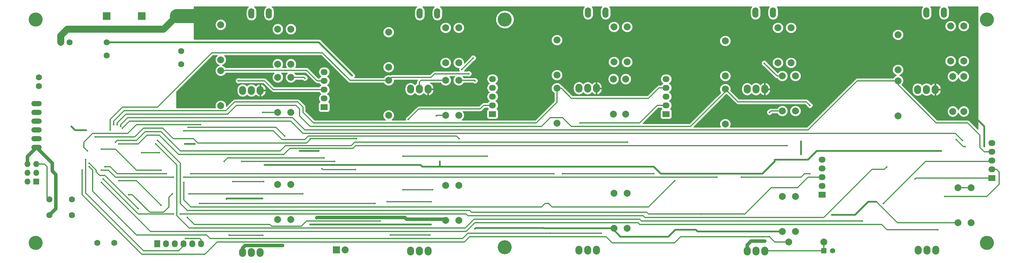
<source format=gbl>
G04 #@! TF.FileFunction,Copper,L2,Bot,Signal*
%FSLAX46Y46*%
G04 Gerber Fmt 4.6, Leading zero omitted, Abs format (unit mm)*
G04 Created by KiCad (PCBNEW (2015-08-28 BZR 6132)-product) date Tuesday, October 27, 2015 'PMt' 02:37:42 PM*
%MOMM*%
G01*
G04 APERTURE LIST*
%ADD10C,0.100000*%
%ADD11C,1.778000*%
%ADD12R,1.727200X1.727200*%
%ADD13O,1.727200X1.727200*%
%ADD14O,3.014980X1.506220*%
%ADD15R,2.235200X2.235200*%
%ADD16R,2.032000X1.727200*%
%ADD17O,2.032000X1.727200*%
%ADD18R,1.727200X2.032000*%
%ADD19O,1.727200X2.032000*%
%ADD20R,2.032000X2.032000*%
%ADD21O,2.032000X2.032000*%
%ADD22C,1.998980*%
%ADD23C,4.064000*%
%ADD24O,2.032000X2.540000*%
%ADD25R,1.524000X1.524000*%
%ADD26C,1.524000*%
%ADD27O,1.778000X3.014980*%
%ADD28C,0.508000*%
%ADD29C,1.016000*%
%ADD30C,0.304800*%
%ADD31C,0.508000*%
%ADD32C,4.064000*%
%ADD33C,2.032000*%
%ADD34C,0.254000*%
G04 APERTURE END LIST*
D10*
D11*
X17399000Y-44704000D03*
X17399000Y-47244000D03*
X26289000Y-34544000D03*
X23749000Y-34544000D03*
D12*
X16637000Y-74930000D03*
D13*
X14097000Y-74930000D03*
X16637000Y-72390000D03*
X14097000Y-72390000D03*
X16637000Y-69850000D03*
X14097000Y-69850000D03*
D14*
X16764000Y-65024000D03*
X16764000Y-62484000D03*
X16764000Y-59944000D03*
X16764000Y-57404000D03*
X16764000Y-54864000D03*
X16764000Y-52324000D03*
D15*
X57404000Y-26924000D03*
D16*
X100076000Y-53340000D03*
D17*
X100076000Y-50800000D03*
X100076000Y-48260000D03*
X100076000Y-45720000D03*
X100076000Y-43180000D03*
D16*
X199136000Y-55372000D03*
D17*
X199136000Y-52832000D03*
X199136000Y-50292000D03*
X199136000Y-47752000D03*
X199136000Y-45212000D03*
D16*
X293497000Y-73914000D03*
D17*
X293497000Y-71374000D03*
X293497000Y-68834000D03*
X293497000Y-66294000D03*
X293497000Y-63754000D03*
D16*
X148844000Y-55372000D03*
D17*
X148844000Y-52832000D03*
X148844000Y-50292000D03*
X148844000Y-47752000D03*
X148844000Y-45212000D03*
D16*
X244348000Y-78740000D03*
D17*
X244348000Y-76200000D03*
X244348000Y-73660000D03*
X244348000Y-71120000D03*
X244348000Y-68580000D03*
D15*
X37084000Y-26924000D03*
X47244000Y-26924000D03*
D18*
X51689000Y-92964000D03*
D19*
X54229000Y-92964000D03*
X56769000Y-92964000D03*
X59309000Y-92964000D03*
X61849000Y-92964000D03*
X64389000Y-92964000D03*
D20*
X103632000Y-94742000D03*
D21*
X106172000Y-94742000D03*
D11*
X37084000Y-34544000D03*
X37084000Y-38354000D03*
X58674000Y-40894000D03*
X58674000Y-37084000D03*
D22*
X90424000Y-54864000D03*
X90424000Y-44704000D03*
X86614000Y-40894000D03*
X86614000Y-30734000D03*
X86614000Y-85979000D03*
X86614000Y-75819000D03*
X90424000Y-75819000D03*
X90424000Y-85979000D03*
X86614000Y-44704000D03*
X86614000Y-54864000D03*
X70104000Y-42799000D03*
X70104000Y-52959000D03*
X139065000Y-55753000D03*
X139065000Y-45593000D03*
X135255000Y-40513000D03*
X135255000Y-30353000D03*
X139065000Y-86233000D03*
X139065000Y-76073000D03*
X135255000Y-76073000D03*
X135255000Y-86233000D03*
X135255000Y-45593000D03*
X135255000Y-55753000D03*
X139065000Y-40513000D03*
X139065000Y-30353000D03*
X118745000Y-31623000D03*
X118745000Y-41783000D03*
X118745000Y-45593000D03*
X118745000Y-55753000D03*
X187452000Y-55372000D03*
X187452000Y-45212000D03*
X184023000Y-40259000D03*
X184023000Y-30099000D03*
X184023000Y-88519000D03*
X184023000Y-78359000D03*
X187833000Y-78359000D03*
X187833000Y-88519000D03*
X183896000Y-45212000D03*
X183896000Y-55372000D03*
X167513000Y-33909000D03*
X167513000Y-44069000D03*
X167513000Y-47879000D03*
X167513000Y-58039000D03*
X236601000Y-54483000D03*
X236601000Y-44323000D03*
X231521000Y-40513000D03*
X231521000Y-30353000D03*
X232791000Y-89408000D03*
X232791000Y-79248000D03*
X236601000Y-79248000D03*
X236601000Y-89408000D03*
X232791000Y-44323000D03*
X232791000Y-54483000D03*
X235331000Y-40513000D03*
X235331000Y-30353000D03*
X216281000Y-34163000D03*
X216281000Y-44323000D03*
X216281000Y-48133000D03*
X216281000Y-58293000D03*
X285369000Y-54610000D03*
X285369000Y-44450000D03*
X281559000Y-40005000D03*
X281559000Y-29845000D03*
X283718000Y-86868000D03*
X283718000Y-76708000D03*
X287528000Y-76708000D03*
X287528000Y-86868000D03*
X282194000Y-44450000D03*
X282194000Y-54610000D03*
X285369000Y-40005000D03*
X285369000Y-29845000D03*
X266319000Y-32385000D03*
X266319000Y-42545000D03*
X266319000Y-45720000D03*
X266319000Y-55880000D03*
X70104000Y-29464000D03*
X70104000Y-39624000D03*
X90424000Y-40894000D03*
X90424000Y-30734000D03*
D23*
X16510000Y-27940000D03*
X16510000Y-92710000D03*
X292100000Y-92710000D03*
X292100000Y-27940000D03*
X152400000Y-93980000D03*
X152400000Y-27940000D03*
D22*
X187833000Y-40259000D03*
X187833000Y-30099000D03*
D11*
X34389060Y-92710000D03*
X39270940Y-92710000D03*
X20499000Y-84673000D03*
X20499000Y-80173000D03*
X26999000Y-84673000D03*
X26999000Y-80173000D03*
D24*
X127635000Y-95123000D03*
X125095000Y-95123000D03*
X130175000Y-95123000D03*
X127635000Y-48133000D03*
X130175000Y-48133000D03*
X125095000Y-48133000D03*
X78994000Y-95504000D03*
X76454000Y-95504000D03*
X81534000Y-95504000D03*
X78994000Y-48514000D03*
X81534000Y-48514000D03*
X76454000Y-48514000D03*
X176403000Y-47879000D03*
X178943000Y-47879000D03*
X173863000Y-47879000D03*
X176403000Y-94869000D03*
X173863000Y-94869000D03*
X178943000Y-94869000D03*
X225171000Y-48133000D03*
X227711000Y-48133000D03*
X222631000Y-48133000D03*
X225171000Y-95123000D03*
X222631000Y-95123000D03*
X227711000Y-95123000D03*
X274574000Y-48260000D03*
X277114000Y-48260000D03*
X272034000Y-48260000D03*
X274701000Y-94869000D03*
X272161000Y-94869000D03*
X277241000Y-94869000D03*
D25*
X244856000Y-94996000D03*
D26*
X247356000Y-94996000D03*
D22*
X244856000Y-92456000D03*
X234696000Y-92456000D03*
D27*
X78994000Y-26162000D03*
X84074000Y-26162000D03*
X127762000Y-26162000D03*
X132842000Y-26162000D03*
X176530000Y-25908000D03*
X181610000Y-25908000D03*
X225044000Y-25908000D03*
X230124000Y-25908000D03*
X274574000Y-25908000D03*
X279654000Y-25908000D03*
D28*
X88011000Y-93472000D03*
X97917000Y-85471000D03*
X123952000Y-85852000D03*
X131445000Y-77343000D03*
X122936000Y-77343000D03*
X227711000Y-92202000D03*
X73660000Y-74930000D03*
X82550000Y-74930000D03*
X94488000Y-44958000D03*
X143764000Y-45720000D03*
X143256000Y-39116000D03*
X139954000Y-42418000D03*
X21336000Y-71882000D03*
X247142000Y-84582000D03*
X143764000Y-88646000D03*
X59690000Y-64008000D03*
X96012000Y-87376000D03*
X115316000Y-87376000D03*
X62611000Y-64008000D03*
X26797000Y-58928000D03*
X31115000Y-60071000D03*
X82169000Y-79883000D03*
X71755000Y-80010000D03*
X131064000Y-87376000D03*
X163576000Y-88392000D03*
X207772000Y-88900000D03*
X260096000Y-80772000D03*
X106553000Y-54737000D03*
X195326000Y-56896000D03*
X169926000Y-46482000D03*
X142748000Y-51054000D03*
X92964000Y-66040000D03*
X98552000Y-66040000D03*
X98552000Y-56134000D03*
X122428000Y-52324000D03*
X72644000Y-50800000D03*
X96266000Y-54610000D03*
X238252000Y-63246000D03*
X238252000Y-67056000D03*
X272542000Y-50800000D03*
X291338000Y-64770000D03*
X288544000Y-57404000D03*
X239776000Y-57912000D03*
X219710000Y-58674000D03*
X110744000Y-70104000D03*
X108204000Y-44196000D03*
X133604000Y-69088000D03*
X82804000Y-70104000D03*
X181864000Y-70612000D03*
X278892000Y-66040000D03*
X230632000Y-68580000D03*
X119253000Y-90424000D03*
X130683000Y-90424000D03*
X124460000Y-56896000D03*
X35560000Y-65532000D03*
X52832000Y-71628000D03*
X60452000Y-85344000D03*
X116332000Y-86360000D03*
X31496000Y-66040000D03*
X64262000Y-58420000D03*
X100076000Y-68072000D03*
X71120000Y-69088000D03*
X82296000Y-90551000D03*
X40640000Y-74676000D03*
X52832000Y-81788000D03*
X72517000Y-90424000D03*
X103124000Y-69088000D03*
X76200000Y-69088000D03*
X30988000Y-68580000D03*
X46228000Y-82804000D03*
X32004000Y-69596000D03*
X36576000Y-70612000D03*
X54356000Y-72644000D03*
X61468000Y-72644000D03*
X166624000Y-72644000D03*
X169164000Y-72644000D03*
X195580000Y-72644000D03*
X180340000Y-89916000D03*
X32004000Y-70612000D03*
X165608000Y-89916000D03*
X174244000Y-57912000D03*
X213868000Y-73660000D03*
X35560000Y-71628000D03*
X56388000Y-73660000D03*
X59436000Y-73660000D03*
X240792000Y-72644000D03*
X220980000Y-73660000D03*
X229108000Y-90932000D03*
X29972000Y-71628000D03*
X263017000Y-70739000D03*
X36068000Y-74168000D03*
X56388000Y-84328000D03*
X58420000Y-84328000D03*
X271272000Y-74168000D03*
X279908000Y-79248000D03*
X35560000Y-75184000D03*
X277876000Y-88900000D03*
X59944000Y-91440000D03*
X51308000Y-64008000D03*
X256032000Y-86360000D03*
X262128000Y-81280000D03*
X51816000Y-62992000D03*
X209296000Y-84328000D03*
X47244000Y-66548000D03*
X52324000Y-66548000D03*
X59436000Y-75184000D03*
X201676000Y-74676000D03*
X165100000Y-81280000D03*
X64008000Y-81280000D03*
X114808000Y-81280000D03*
X131064000Y-80772000D03*
X118364000Y-80772000D03*
X75184000Y-45720000D03*
X41656000Y-59436000D03*
X284988000Y-62992000D03*
X41148000Y-58928000D03*
X40640000Y-64008000D03*
X234188000Y-64516000D03*
X40132000Y-58420000D03*
X240792000Y-52832000D03*
X39624000Y-63500000D03*
X187960000Y-63500000D03*
X39116000Y-58420000D03*
X59436000Y-60198000D03*
X139192000Y-62484000D03*
X141986000Y-43688000D03*
X38100000Y-59944000D03*
X88646000Y-61722000D03*
X60706000Y-59182000D03*
X227584000Y-40640000D03*
X229108000Y-54864000D03*
X285750000Y-64770000D03*
X283210000Y-62738000D03*
X82296000Y-54864000D03*
X132588000Y-55880000D03*
X109474000Y-62484000D03*
X33782000Y-61976000D03*
X147320000Y-67564000D03*
X122936000Y-67564000D03*
X93853000Y-78486000D03*
X43434000Y-78740000D03*
X60960000Y-78486000D03*
X56134000Y-78486000D03*
X109093000Y-71501000D03*
X99441000Y-71247000D03*
D29*
X76454000Y-94234000D02*
X77216000Y-93472000D01*
X77216000Y-93472000D02*
X88011000Y-93472000D01*
X76454000Y-95504000D02*
X76454000Y-94234000D01*
X123444000Y-85344000D02*
X123952000Y-85852000D01*
X98044000Y-85344000D02*
X123444000Y-85344000D01*
X97917000Y-85471000D02*
X98044000Y-85344000D01*
X123952000Y-85852000D02*
X134874000Y-85852000D01*
X134874000Y-85852000D02*
X135255000Y-86233000D01*
D30*
X122936000Y-77343000D02*
X131445000Y-77343000D01*
D29*
X222631000Y-95123000D02*
X222631000Y-93345000D01*
X223774000Y-92202000D02*
X227711000Y-92202000D01*
X222631000Y-93345000D02*
X223774000Y-92202000D01*
X20499000Y-84673000D02*
X22352000Y-82820000D01*
X22352000Y-72898000D02*
X21336000Y-71882000D01*
X22352000Y-82820000D02*
X22352000Y-72898000D01*
D30*
X82550000Y-74930000D02*
X73660000Y-74930000D01*
X90424000Y-44704000D02*
X94234000Y-44704000D01*
X94234000Y-44704000D02*
X94488000Y-44958000D01*
X139065000Y-45593000D02*
X143637000Y-45593000D01*
X143637000Y-45593000D02*
X143764000Y-45720000D01*
X139954000Y-42418000D02*
X143256000Y-39116000D01*
D29*
X21336000Y-69596000D02*
X16764000Y-65024000D01*
X21336000Y-71882000D02*
X21336000Y-69596000D01*
X14097000Y-69850000D02*
X14097000Y-67691000D01*
X14097000Y-67691000D02*
X16764000Y-65024000D01*
D31*
X260096000Y-80772000D02*
X257683000Y-80772000D01*
X253873000Y-84582000D02*
X257683000Y-80772000D01*
X253873000Y-84582000D02*
X247142000Y-84582000D01*
X184023000Y-88519000D02*
X184023000Y-89027000D01*
X184023000Y-89027000D02*
X185928000Y-90932000D01*
X201803000Y-88900000D02*
X207772000Y-88900000D01*
X199771000Y-90932000D02*
X201803000Y-88900000D01*
X185928000Y-90932000D02*
X199771000Y-90932000D01*
X144018000Y-88392000D02*
X163576000Y-88392000D01*
X143764000Y-88646000D02*
X144018000Y-88392000D01*
X59690000Y-64008000D02*
X62611000Y-64008000D01*
X115316000Y-87376000D02*
X96012000Y-87376000D01*
X27940000Y-60071000D02*
X26797000Y-58928000D01*
X31115000Y-60071000D02*
X27940000Y-60071000D01*
X82169000Y-79883000D02*
X71882000Y-79883000D01*
X71882000Y-79883000D02*
X71755000Y-80010000D01*
X131064000Y-87376000D02*
X115316000Y-87376000D01*
X184023000Y-88519000D02*
X163703000Y-88519000D01*
X163703000Y-88519000D02*
X163576000Y-88392000D01*
X232791000Y-89408000D02*
X208280000Y-89408000D01*
X208280000Y-89408000D02*
X207772000Y-88900000D01*
D30*
X283718000Y-86868000D02*
X266192000Y-86868000D01*
X266192000Y-86868000D02*
X260096000Y-80772000D01*
D32*
X57404000Y-26924000D02*
X65024000Y-26924000D01*
D31*
X92964000Y-66040000D02*
X98552000Y-66040000D01*
X238252000Y-67056000D02*
X238252000Y-63246000D01*
X291338000Y-58928000D02*
X288798000Y-56388000D01*
X291338000Y-64770000D02*
X291338000Y-58928000D01*
D33*
X57404000Y-26924000D02*
X53594000Y-30734000D01*
X23749000Y-32639000D02*
X23749000Y-34544000D01*
X25654000Y-30734000D02*
X23749000Y-32639000D01*
X53594000Y-30734000D02*
X25654000Y-30734000D01*
D30*
X20499000Y-80173000D02*
X19812000Y-79486000D01*
X19812000Y-79486000D02*
X19812000Y-70612000D01*
X19050000Y-69850000D02*
X16637000Y-69850000D01*
X19050000Y-69850000D02*
X19812000Y-70612000D01*
D31*
X37084000Y-34544000D02*
X98552000Y-34544000D01*
X98552000Y-34544000D02*
X108204000Y-44196000D01*
X133604000Y-69088000D02*
X133604000Y-70612000D01*
X128016000Y-70104000D02*
X110744000Y-70104000D01*
X128524000Y-70612000D02*
X128016000Y-70104000D01*
X133604000Y-70612000D02*
X128524000Y-70612000D01*
X110744000Y-70104000D02*
X82804000Y-70104000D01*
X181864000Y-70612000D02*
X133604000Y-70612000D01*
X230632000Y-68580000D02*
X230632000Y-69088000D01*
X195580000Y-70612000D02*
X181864000Y-70612000D01*
X197612000Y-72644000D02*
X195580000Y-70612000D01*
X227076000Y-72644000D02*
X197612000Y-72644000D01*
X230632000Y-69088000D02*
X227076000Y-72644000D01*
X242824000Y-66040000D02*
X278892000Y-66040000D01*
X240284000Y-68580000D02*
X242824000Y-66040000D01*
X230632000Y-68580000D02*
X240284000Y-68580000D01*
D30*
X130683000Y-90424000D02*
X119253000Y-90424000D01*
X146304000Y-52832000D02*
X148844000Y-52832000D01*
X145288000Y-53848000D02*
X146304000Y-52832000D01*
X127508000Y-53848000D02*
X145288000Y-53848000D01*
X124460000Y-56896000D02*
X127508000Y-53848000D01*
X39624000Y-65532000D02*
X35560000Y-65532000D01*
X45720000Y-71628000D02*
X39624000Y-65532000D01*
X52832000Y-71628000D02*
X45720000Y-71628000D01*
X62484000Y-87376000D02*
X60452000Y-85344000D01*
X84328000Y-87376000D02*
X62484000Y-87376000D01*
X84836000Y-87884000D02*
X84328000Y-87376000D01*
X93472000Y-87884000D02*
X84836000Y-87884000D01*
X94996000Y-86360000D02*
X93472000Y-87884000D01*
X116332000Y-86360000D02*
X94996000Y-86360000D01*
X62992000Y-58420000D02*
X64262000Y-58420000D01*
X62992000Y-58420000D02*
X45720000Y-58420000D01*
X45720000Y-58420000D02*
X43180000Y-60960000D01*
X43180000Y-60960000D02*
X33020000Y-60960000D01*
X33020000Y-60960000D02*
X30480000Y-63500000D01*
X30480000Y-63500000D02*
X30480000Y-65024000D01*
X30480000Y-65024000D02*
X31496000Y-66040000D01*
X72136000Y-68072000D02*
X100076000Y-68072000D01*
X71120000Y-69088000D02*
X72136000Y-68072000D01*
X72644000Y-90551000D02*
X72517000Y-90424000D01*
X82296000Y-90551000D02*
X72644000Y-90551000D01*
X45720000Y-74676000D02*
X40640000Y-74676000D01*
X52832000Y-81788000D02*
X45720000Y-74676000D01*
X76200000Y-69088000D02*
X103124000Y-69088000D01*
X59309000Y-92964000D02*
X59309000Y-93599000D01*
X59309000Y-93599000D02*
X57912000Y-94996000D01*
X57912000Y-94996000D02*
X47752000Y-94996000D01*
X47752000Y-94996000D02*
X30988000Y-78232000D01*
X30988000Y-78232000D02*
X30988000Y-68580000D01*
X46228000Y-82804000D02*
X36576000Y-73152000D01*
X36576000Y-73152000D02*
X35052000Y-73152000D01*
X35052000Y-73152000D02*
X34036000Y-72136000D01*
X34036000Y-72136000D02*
X34036000Y-71628000D01*
X34036000Y-71628000D02*
X32004000Y-69596000D01*
X38100000Y-70612000D02*
X36576000Y-70612000D01*
X40132000Y-72644000D02*
X38100000Y-70612000D01*
X54356000Y-72644000D02*
X40132000Y-72644000D01*
X83312000Y-72644000D02*
X61468000Y-72644000D01*
X109728000Y-72644000D02*
X83312000Y-72644000D01*
X149352000Y-72644000D02*
X109728000Y-72644000D01*
X166624000Y-72644000D02*
X149352000Y-72644000D01*
X195580000Y-72644000D02*
X169164000Y-72644000D01*
X180340000Y-89916000D02*
X165608000Y-89916000D01*
X33020000Y-71628000D02*
X32004000Y-70612000D01*
X33020000Y-77724000D02*
X33020000Y-71628000D01*
X45720000Y-90424000D02*
X33020000Y-77724000D01*
X66040000Y-90424000D02*
X45720000Y-90424000D01*
X67056000Y-91440000D02*
X66040000Y-90424000D01*
X67564000Y-91440000D02*
X67056000Y-91440000D01*
X85344000Y-91440000D02*
X67564000Y-91440000D01*
X140208000Y-91440000D02*
X85344000Y-91440000D01*
X141732000Y-89916000D02*
X140208000Y-91440000D01*
X165608000Y-89916000D02*
X141732000Y-89916000D01*
X196596000Y-52832000D02*
X199136000Y-52832000D01*
X191516000Y-57912000D02*
X196596000Y-52832000D01*
X174244000Y-57912000D02*
X191516000Y-57912000D01*
X194564000Y-73660000D02*
X149352000Y-73660000D01*
X213868000Y-73660000D02*
X194564000Y-73660000D01*
X37592000Y-71628000D02*
X35560000Y-71628000D01*
X39624000Y-73660000D02*
X37592000Y-71628000D01*
X56388000Y-73660000D02*
X39624000Y-73660000D01*
X82804000Y-73660000D02*
X59436000Y-73660000D01*
X109220000Y-73660000D02*
X82804000Y-73660000D01*
X149352000Y-73660000D02*
X109220000Y-73660000D01*
X239268000Y-72644000D02*
X240792000Y-72644000D01*
X238252000Y-73660000D02*
X239268000Y-72644000D01*
X220980000Y-73660000D02*
X238252000Y-73660000D01*
X234696000Y-92456000D02*
X230632000Y-92456000D01*
X230632000Y-92456000D02*
X229108000Y-90932000D01*
X203327000Y-90932000D02*
X201549000Y-92710000D01*
X183515000Y-92710000D02*
X181737000Y-90932000D01*
X201549000Y-92710000D02*
X183515000Y-92710000D01*
X229108000Y-90932000D02*
X212852000Y-90932000D01*
X212852000Y-90932000D02*
X203327000Y-90932000D01*
X181737000Y-90932000D02*
X142240000Y-90932000D01*
X142240000Y-90932000D02*
X140716000Y-92456000D01*
X140716000Y-92456000D02*
X69088000Y-92456000D01*
X69088000Y-92456000D02*
X65532000Y-96012000D01*
X65532000Y-96012000D02*
X47244000Y-96012000D01*
X47244000Y-96012000D02*
X29972000Y-78740000D01*
X29972000Y-78740000D02*
X29972000Y-71628000D01*
X244856000Y-85344000D02*
X258826000Y-71374000D01*
X262382000Y-71374000D02*
X263017000Y-70739000D01*
X258826000Y-71374000D02*
X262382000Y-71374000D01*
X46228000Y-84328000D02*
X36068000Y-74168000D01*
X56388000Y-84328000D02*
X46228000Y-84328000D01*
X141224000Y-84328000D02*
X58420000Y-84328000D01*
X141732000Y-84836000D02*
X141224000Y-84328000D01*
X192532000Y-84836000D02*
X141732000Y-84836000D01*
X193040000Y-85344000D02*
X192532000Y-84836000D01*
X210820000Y-85344000D02*
X193040000Y-85344000D01*
X244856000Y-85344000D02*
X210820000Y-85344000D01*
X271526000Y-73914000D02*
X293497000Y-73914000D01*
X271272000Y-74168000D02*
X271526000Y-73914000D01*
X263144000Y-88900000D02*
X277876000Y-88900000D01*
X263144000Y-88900000D02*
X261620000Y-87376000D01*
X261620000Y-87376000D02*
X191516000Y-87376000D01*
X191516000Y-87376000D02*
X191008000Y-86868000D01*
X191008000Y-86868000D02*
X143764000Y-86868000D01*
X143764000Y-86868000D02*
X141224000Y-89408000D01*
X141224000Y-89408000D02*
X49784000Y-89408000D01*
X49784000Y-89408000D02*
X35560000Y-75184000D01*
X294894000Y-71374000D02*
X293497000Y-71374000D01*
X295656000Y-72136000D02*
X294894000Y-71374000D01*
X295656000Y-75692000D02*
X295656000Y-72136000D01*
X292100000Y-79248000D02*
X295656000Y-75692000D01*
X279908000Y-79248000D02*
X292100000Y-79248000D01*
X64389000Y-92964000D02*
X64389000Y-91821000D01*
X64008000Y-91440000D02*
X59944000Y-91440000D01*
X64389000Y-91821000D02*
X64008000Y-91440000D01*
X57404000Y-70104000D02*
X51308000Y-64008000D01*
X57404000Y-84836000D02*
X57404000Y-70104000D01*
X60960000Y-88392000D02*
X57404000Y-84836000D01*
X140970000Y-88392000D02*
X60960000Y-88392000D01*
X143510000Y-85852000D02*
X140970000Y-88392000D01*
X191516000Y-85852000D02*
X143510000Y-85852000D01*
X192024000Y-86360000D02*
X191516000Y-85852000D01*
X230632000Y-86360000D02*
X192024000Y-86360000D01*
X256032000Y-86360000D02*
X230632000Y-86360000D01*
X274320000Y-69088000D02*
X293243000Y-69088000D01*
X262128000Y-81280000D02*
X274320000Y-69088000D01*
X293243000Y-69088000D02*
X293497000Y-68834000D01*
X209296000Y-84328000D02*
X194056000Y-84328000D01*
X58420000Y-69596000D02*
X51816000Y-62992000D01*
X58420000Y-81280000D02*
X58420000Y-69596000D01*
X60452000Y-83312000D02*
X58420000Y-81280000D01*
X142240000Y-83312000D02*
X60452000Y-83312000D01*
X142748000Y-83820000D02*
X142240000Y-83312000D01*
X193548000Y-83820000D02*
X142748000Y-83820000D01*
X194056000Y-84328000D02*
X193548000Y-83820000D01*
X244348000Y-73660000D02*
X240284000Y-73660000D01*
X221996000Y-84328000D02*
X209296000Y-84328000D01*
X229616000Y-76708000D02*
X221996000Y-84328000D01*
X237236000Y-76708000D02*
X229616000Y-76708000D01*
X240284000Y-73660000D02*
X237236000Y-76708000D01*
X165100000Y-81280000D02*
X164084000Y-81280000D01*
X52324000Y-66548000D02*
X47244000Y-66548000D01*
X59436000Y-80264000D02*
X59436000Y-75184000D01*
X61468000Y-82296000D02*
X59436000Y-80264000D01*
X81280000Y-82296000D02*
X61468000Y-82296000D01*
X104648000Y-82296000D02*
X81280000Y-82296000D01*
X163068000Y-82296000D02*
X104648000Y-82296000D01*
X164084000Y-81280000D02*
X163068000Y-82296000D01*
X194056000Y-82296000D02*
X201676000Y-74676000D01*
X166116000Y-82296000D02*
X194056000Y-82296000D01*
X165100000Y-81280000D02*
X166116000Y-82296000D01*
X68707000Y-81280000D02*
X64008000Y-81280000D01*
X80264000Y-81280000D02*
X68707000Y-81280000D01*
X68707000Y-81280000D02*
X68580000Y-81280000D01*
X114808000Y-81280000D02*
X80264000Y-81280000D01*
X118364000Y-80772000D02*
X131064000Y-80772000D01*
X85344000Y-48260000D02*
X100076000Y-48260000D01*
X82804000Y-45720000D02*
X85344000Y-48260000D01*
X75184000Y-45720000D02*
X82804000Y-45720000D01*
X43688000Y-57404000D02*
X41656000Y-59436000D01*
X90424000Y-57404000D02*
X43688000Y-57404000D01*
X93980000Y-60960000D02*
X90424000Y-57404000D01*
X282956000Y-60960000D02*
X93980000Y-60960000D01*
X284988000Y-62992000D02*
X282956000Y-60960000D01*
X266319000Y-45720000D02*
X254508000Y-45720000D01*
X41148000Y-58420000D02*
X41148000Y-58928000D01*
X43180000Y-56388000D02*
X41148000Y-58420000D01*
X66548000Y-56388000D02*
X43180000Y-56388000D01*
X90932000Y-56388000D02*
X66548000Y-56388000D01*
X94488000Y-59944000D02*
X90932000Y-56388000D01*
X240284000Y-59944000D02*
X94488000Y-59944000D01*
X254508000Y-45720000D02*
X240284000Y-59944000D01*
X266319000Y-45720000D02*
X266319000Y-46863000D01*
X291338000Y-66294000D02*
X293497000Y-66294000D01*
X290068000Y-65024000D02*
X291338000Y-66294000D01*
X290068000Y-61468000D02*
X290068000Y-65024000D01*
X286512000Y-57912000D02*
X290068000Y-61468000D01*
X277368000Y-57912000D02*
X286512000Y-57912000D01*
X266319000Y-46863000D02*
X277368000Y-57912000D01*
X109220000Y-64516000D02*
X108458000Y-65278000D01*
X108458000Y-65278000D02*
X90170000Y-65278000D01*
X46228000Y-64008000D02*
X40640000Y-64008000D01*
X48768000Y-61468000D02*
X46228000Y-64008000D01*
X52324000Y-61468000D02*
X48768000Y-61468000D01*
X57912000Y-67056000D02*
X52324000Y-61468000D01*
X88392000Y-67056000D02*
X57912000Y-67056000D01*
X90170000Y-65278000D02*
X88392000Y-67056000D01*
X150876000Y-64516000D02*
X109220000Y-64516000D01*
X199644000Y-64516000D02*
X150876000Y-64516000D01*
X234188000Y-64516000D02*
X199644000Y-64516000D01*
X216281000Y-48133000D02*
X216281000Y-48895000D01*
X216281000Y-48895000D02*
X206248000Y-58928000D01*
X40132000Y-57912000D02*
X40132000Y-58420000D01*
X42672000Y-55372000D02*
X40132000Y-57912000D01*
X72136000Y-55372000D02*
X42672000Y-55372000D01*
X74676000Y-52832000D02*
X72136000Y-55372000D01*
X91948000Y-52832000D02*
X74676000Y-52832000D01*
X92964000Y-53848000D02*
X91948000Y-52832000D01*
X92964000Y-55880000D02*
X92964000Y-53848000D01*
X96012000Y-58928000D02*
X92964000Y-55880000D01*
X163068000Y-58928000D02*
X96012000Y-58928000D01*
X165608000Y-56388000D02*
X163068000Y-58928000D01*
X169164000Y-56388000D02*
X165608000Y-56388000D01*
X171704000Y-58928000D02*
X169164000Y-56388000D01*
X206248000Y-58928000D02*
X171704000Y-58928000D01*
X240792000Y-52832000D02*
X239776000Y-51816000D01*
X239776000Y-51816000D02*
X219964000Y-51816000D01*
X219964000Y-51816000D02*
X216281000Y-48133000D01*
X108966000Y-63500000D02*
X107950000Y-64516000D01*
X107950000Y-64516000D02*
X88900000Y-64516000D01*
X40132000Y-62992000D02*
X39624000Y-63500000D01*
X45720000Y-62992000D02*
X40132000Y-62992000D01*
X48260000Y-60452000D02*
X45720000Y-62992000D01*
X52832000Y-60452000D02*
X48260000Y-60452000D01*
X58420000Y-66040000D02*
X52832000Y-60452000D01*
X87376000Y-66040000D02*
X58420000Y-66040000D01*
X88900000Y-64516000D02*
X87376000Y-66040000D01*
X113284000Y-63500000D02*
X108966000Y-63500000D01*
X143764000Y-63500000D02*
X113284000Y-63500000D01*
X180340000Y-63500000D02*
X143764000Y-63500000D01*
X187960000Y-63500000D02*
X180340000Y-63500000D01*
X167513000Y-47879000D02*
X168783000Y-47879000D01*
X197104000Y-47752000D02*
X199136000Y-47752000D01*
X194056000Y-50800000D02*
X197104000Y-47752000D01*
X171704000Y-50800000D02*
X194056000Y-50800000D01*
X168783000Y-47879000D02*
X171704000Y-50800000D01*
X57404000Y-54356000D02*
X42164000Y-54356000D01*
X167513000Y-51943000D02*
X161544000Y-57912000D01*
X161544000Y-57912000D02*
X97028000Y-57912000D01*
X97028000Y-57912000D02*
X93980000Y-54864000D01*
X93980000Y-54864000D02*
X93980000Y-53340000D01*
X93980000Y-53340000D02*
X92456000Y-51816000D01*
X92456000Y-51816000D02*
X74168000Y-51816000D01*
X74168000Y-51816000D02*
X71628000Y-54356000D01*
X71628000Y-54356000D02*
X57404000Y-54356000D01*
X167513000Y-47879000D02*
X167513000Y-51943000D01*
X39116000Y-57404000D02*
X39116000Y-58420000D01*
X42164000Y-54356000D02*
X39116000Y-57404000D01*
X85344000Y-60198000D02*
X87884000Y-62738000D01*
X59436000Y-60198000D02*
X85344000Y-60198000D01*
X138430000Y-61722000D02*
X139192000Y-62484000D01*
X95504000Y-61722000D02*
X138430000Y-61722000D01*
X94488000Y-62738000D02*
X95504000Y-61722000D01*
X87884000Y-62738000D02*
X94488000Y-62738000D01*
X118745000Y-45593000D02*
X107569000Y-45593000D01*
X38100000Y-56896000D02*
X38100000Y-59944000D01*
X41656000Y-53340000D02*
X38100000Y-56896000D01*
X51816000Y-53340000D02*
X41656000Y-53340000D01*
X67564000Y-37592000D02*
X51816000Y-53340000D01*
X99568000Y-37592000D02*
X67564000Y-37592000D01*
X107569000Y-45593000D02*
X99568000Y-37592000D01*
X118745000Y-45593000D02*
X119634000Y-44704000D01*
X119634000Y-44704000D02*
X131064000Y-44704000D01*
X131064000Y-44704000D02*
X132080000Y-43688000D01*
X132080000Y-43688000D02*
X141986000Y-43688000D01*
X86106000Y-59182000D02*
X88646000Y-61722000D01*
X60706000Y-59182000D02*
X86106000Y-59182000D01*
X70104000Y-42799000D02*
X71247000Y-42799000D01*
X98044000Y-45720000D02*
X100076000Y-45720000D01*
X94996000Y-42672000D02*
X98044000Y-45720000D01*
X71374000Y-42672000D02*
X94996000Y-42672000D01*
X71247000Y-42799000D02*
X71374000Y-42672000D01*
X135255000Y-45593000D02*
X128143000Y-45593000D01*
X127635000Y-46101000D02*
X127635000Y-48133000D01*
X128143000Y-45593000D02*
X127635000Y-46101000D01*
X232791000Y-44323000D02*
X231267000Y-44323000D01*
X231267000Y-44323000D02*
X227584000Y-40640000D01*
X232791000Y-54483000D02*
X229489000Y-54483000D01*
X229489000Y-54483000D02*
X229108000Y-54864000D01*
X283718000Y-76708000D02*
X287528000Y-76708000D01*
X285242000Y-64770000D02*
X285750000Y-64770000D01*
X283210000Y-62738000D02*
X285242000Y-64770000D01*
X82296000Y-54864000D02*
X86614000Y-54864000D01*
X132715000Y-55753000D02*
X135255000Y-55753000D01*
X132588000Y-55880000D02*
X132715000Y-55753000D01*
X39624000Y-61976000D02*
X33782000Y-61976000D01*
X109474000Y-62484000D02*
X105156000Y-62484000D01*
X45212000Y-61976000D02*
X39624000Y-61976000D01*
X47752000Y-59436000D02*
X45212000Y-61976000D01*
X53340000Y-59436000D02*
X47752000Y-59436000D01*
X56388000Y-62484000D02*
X53340000Y-59436000D01*
X62230000Y-62484000D02*
X56388000Y-62484000D01*
X105156000Y-62484000D02*
X96012000Y-62484000D01*
X96012000Y-62738000D02*
X94996000Y-63754000D01*
X94996000Y-63754000D02*
X63500000Y-63754000D01*
X63500000Y-63754000D02*
X62230000Y-62484000D01*
X96012000Y-62484000D02*
X96012000Y-62738000D01*
X122936000Y-67564000D02*
X147320000Y-67564000D01*
X93980000Y-78486000D02*
X93853000Y-78486000D01*
X93853000Y-78486000D02*
X60960000Y-78486000D01*
X56134000Y-78486000D02*
X55118000Y-79502000D01*
X55118000Y-79502000D02*
X55118000Y-82296000D01*
X55118000Y-82296000D02*
X53543202Y-83870798D01*
X53543202Y-83870798D02*
X49580798Y-83870798D01*
X49580798Y-83870798D02*
X44450000Y-78740000D01*
X44450000Y-78740000D02*
X43434000Y-78740000D01*
X99695000Y-71501000D02*
X109093000Y-71501000D01*
X99441000Y-71247000D02*
X99695000Y-71501000D01*
X244856000Y-94996000D02*
X227838000Y-94996000D01*
X227838000Y-94996000D02*
X227711000Y-95123000D01*
X244856000Y-92456000D02*
X244856000Y-94996000D01*
D34*
G36*
X77916369Y-24423905D02*
X77586008Y-24918326D01*
X77470000Y-25501536D01*
X77470000Y-26822464D01*
X77586008Y-27405674D01*
X77916369Y-27900095D01*
X78410790Y-28230456D01*
X78994000Y-28346464D01*
X79577210Y-28230456D01*
X80071631Y-27900095D01*
X80401992Y-27405674D01*
X80518000Y-26822464D01*
X80518000Y-25501536D01*
X80401992Y-24918326D01*
X80071631Y-24423905D01*
X79821840Y-24257000D01*
X83246160Y-24257000D01*
X82996369Y-24423905D01*
X82666008Y-24918326D01*
X82550000Y-25501536D01*
X82550000Y-26822464D01*
X82666008Y-27405674D01*
X82996369Y-27900095D01*
X83490790Y-28230456D01*
X84074000Y-28346464D01*
X84657210Y-28230456D01*
X85151631Y-27900095D01*
X85481992Y-27405674D01*
X85598000Y-26822464D01*
X85598000Y-25501536D01*
X85481992Y-24918326D01*
X85151631Y-24423905D01*
X84901840Y-24257000D01*
X126934160Y-24257000D01*
X126684369Y-24423905D01*
X126354008Y-24918326D01*
X126238000Y-25501536D01*
X126238000Y-26822464D01*
X126354008Y-27405674D01*
X126684369Y-27900095D01*
X127178790Y-28230456D01*
X127762000Y-28346464D01*
X128345210Y-28230456D01*
X128839631Y-27900095D01*
X129169992Y-27405674D01*
X129286000Y-26822464D01*
X129286000Y-25501536D01*
X129169992Y-24918326D01*
X128839631Y-24423905D01*
X128589840Y-24257000D01*
X132014160Y-24257000D01*
X131764369Y-24423905D01*
X131434008Y-24918326D01*
X131318000Y-25501536D01*
X131318000Y-26822464D01*
X131434008Y-27405674D01*
X131764369Y-27900095D01*
X132258790Y-28230456D01*
X132842000Y-28346464D01*
X133425210Y-28230456D01*
X133919631Y-27900095D01*
X134249992Y-27405674D01*
X134366000Y-26822464D01*
X134366000Y-25501536D01*
X134249992Y-24918326D01*
X133919631Y-24423905D01*
X133669840Y-24257000D01*
X175394174Y-24257000D01*
X175122008Y-24664326D01*
X175006000Y-25247536D01*
X175006000Y-26568464D01*
X175122008Y-27151674D01*
X175452369Y-27646095D01*
X175946790Y-27976456D01*
X176530000Y-28092464D01*
X177113210Y-27976456D01*
X177607631Y-27646095D01*
X177937992Y-27151674D01*
X178054000Y-26568464D01*
X178054000Y-25247536D01*
X177937992Y-24664326D01*
X177665826Y-24257000D01*
X180474174Y-24257000D01*
X180202008Y-24664326D01*
X180086000Y-25247536D01*
X180086000Y-26568464D01*
X180202008Y-27151674D01*
X180532369Y-27646095D01*
X181026790Y-27976456D01*
X181610000Y-28092464D01*
X182193210Y-27976456D01*
X182687631Y-27646095D01*
X183017992Y-27151674D01*
X183134000Y-26568464D01*
X183134000Y-25247536D01*
X183017992Y-24664326D01*
X182745826Y-24257000D01*
X223908174Y-24257000D01*
X223636008Y-24664326D01*
X223520000Y-25247536D01*
X223520000Y-26568464D01*
X223636008Y-27151674D01*
X223966369Y-27646095D01*
X224460790Y-27976456D01*
X225044000Y-28092464D01*
X225627210Y-27976456D01*
X226121631Y-27646095D01*
X226451992Y-27151674D01*
X226568000Y-26568464D01*
X226568000Y-25247536D01*
X226451992Y-24664326D01*
X226179826Y-24257000D01*
X228988174Y-24257000D01*
X228716008Y-24664326D01*
X228600000Y-25247536D01*
X228600000Y-26568464D01*
X228716008Y-27151674D01*
X229046369Y-27646095D01*
X229540790Y-27976456D01*
X230124000Y-28092464D01*
X230707210Y-27976456D01*
X231201631Y-27646095D01*
X231531992Y-27151674D01*
X231648000Y-26568464D01*
X231648000Y-25247536D01*
X231531992Y-24664326D01*
X231259826Y-24257000D01*
X273438174Y-24257000D01*
X273166008Y-24664326D01*
X273050000Y-25247536D01*
X273050000Y-26568464D01*
X273166008Y-27151674D01*
X273496369Y-27646095D01*
X273990790Y-27976456D01*
X274574000Y-28092464D01*
X275157210Y-27976456D01*
X275651631Y-27646095D01*
X275981992Y-27151674D01*
X276098000Y-26568464D01*
X276098000Y-25247536D01*
X275981992Y-24664326D01*
X275709826Y-24257000D01*
X278518174Y-24257000D01*
X278246008Y-24664326D01*
X278130000Y-25247536D01*
X278130000Y-26568464D01*
X278246008Y-27151674D01*
X278576369Y-27646095D01*
X279070790Y-27976456D01*
X279654000Y-28092464D01*
X280237210Y-27976456D01*
X280731631Y-27646095D01*
X281061992Y-27151674D01*
X281178000Y-26568464D01*
X281178000Y-25247536D01*
X281061992Y-24664326D01*
X280789826Y-24257000D01*
X289433000Y-24257000D01*
X289433000Y-27938818D01*
X289432538Y-28468172D01*
X289433000Y-28469290D01*
X289433000Y-59719448D01*
X287068776Y-57355224D01*
X286813325Y-57184537D01*
X286512000Y-57124600D01*
X277694152Y-57124600D01*
X275503246Y-54933694D01*
X280559226Y-54933694D01*
X280807538Y-55534655D01*
X281266927Y-55994846D01*
X281867453Y-56244206D01*
X282517694Y-56244774D01*
X283118655Y-55996462D01*
X283578846Y-55537073D01*
X283781691Y-55048568D01*
X283982538Y-55534655D01*
X284441927Y-55994846D01*
X285042453Y-56244206D01*
X285692694Y-56244774D01*
X286293655Y-55996462D01*
X286753846Y-55537073D01*
X287003206Y-54936547D01*
X287003774Y-54286306D01*
X286755462Y-53685345D01*
X286296073Y-53225154D01*
X285695547Y-52975794D01*
X285045306Y-52975226D01*
X284444345Y-53223538D01*
X283984154Y-53682927D01*
X283781309Y-54171432D01*
X283580462Y-53685345D01*
X283121073Y-53225154D01*
X282520547Y-52975794D01*
X281870306Y-52975226D01*
X281269345Y-53223538D01*
X280809154Y-53682927D01*
X280559794Y-54283453D01*
X280559226Y-54933694D01*
X275503246Y-54933694D01*
X268538231Y-47968679D01*
X270383000Y-47968679D01*
X270383000Y-48551321D01*
X270508675Y-49183131D01*
X270866567Y-49718754D01*
X271402190Y-50076646D01*
X272034000Y-50202321D01*
X272665810Y-50076646D01*
X273201433Y-49718754D01*
X273304000Y-49565252D01*
X273406567Y-49718754D01*
X273942190Y-50076646D01*
X274574000Y-50202321D01*
X275205810Y-50076646D01*
X275741433Y-49718754D01*
X275858054Y-49544219D01*
X276036370Y-49771236D01*
X276599523Y-50087926D01*
X276731056Y-50119975D01*
X276987000Y-50000836D01*
X276987000Y-48387000D01*
X277241000Y-48387000D01*
X277241000Y-50000836D01*
X277496944Y-50119975D01*
X277628477Y-50087926D01*
X278191630Y-49771236D01*
X278590724Y-49263143D01*
X278765000Y-48641000D01*
X278765000Y-48387000D01*
X277241000Y-48387000D01*
X276987000Y-48387000D01*
X276967000Y-48387000D01*
X276967000Y-48133000D01*
X276987000Y-48133000D01*
X276987000Y-46519164D01*
X277241000Y-46519164D01*
X277241000Y-48133000D01*
X278765000Y-48133000D01*
X278765000Y-47879000D01*
X278590724Y-47256857D01*
X278191630Y-46748764D01*
X277628477Y-46432074D01*
X277496944Y-46400025D01*
X277241000Y-46519164D01*
X276987000Y-46519164D01*
X276731056Y-46400025D01*
X276599523Y-46432074D01*
X276036370Y-46748764D01*
X275858054Y-46975781D01*
X275741433Y-46801246D01*
X275205810Y-46443354D01*
X274574000Y-46317679D01*
X273942190Y-46443354D01*
X273406567Y-46801246D01*
X273304000Y-46954748D01*
X273201433Y-46801246D01*
X272665810Y-46443354D01*
X272034000Y-46317679D01*
X271402190Y-46443354D01*
X270866567Y-46801246D01*
X270508675Y-47336869D01*
X270383000Y-47968679D01*
X268538231Y-47968679D01*
X267460023Y-46890471D01*
X267703846Y-46647073D01*
X267953206Y-46046547D01*
X267953774Y-45396306D01*
X267705462Y-44795345D01*
X267683849Y-44773694D01*
X280559226Y-44773694D01*
X280807538Y-45374655D01*
X281266927Y-45834846D01*
X281867453Y-46084206D01*
X282517694Y-46084774D01*
X283118655Y-45836462D01*
X283578846Y-45377073D01*
X283781691Y-44888568D01*
X283982538Y-45374655D01*
X284441927Y-45834846D01*
X285042453Y-46084206D01*
X285692694Y-46084774D01*
X286293655Y-45836462D01*
X286753846Y-45377073D01*
X287003206Y-44776547D01*
X287003774Y-44126306D01*
X286755462Y-43525345D01*
X286296073Y-43065154D01*
X285695547Y-42815794D01*
X285045306Y-42815226D01*
X284444345Y-43063538D01*
X283984154Y-43522927D01*
X283781309Y-44011432D01*
X283580462Y-43525345D01*
X283121073Y-43065154D01*
X282520547Y-42815794D01*
X281870306Y-42815226D01*
X281269345Y-43063538D01*
X280809154Y-43522927D01*
X280559794Y-44123453D01*
X280559226Y-44773694D01*
X267683849Y-44773694D01*
X267246073Y-44335154D01*
X266757568Y-44132309D01*
X267243655Y-43931462D01*
X267703846Y-43472073D01*
X267953206Y-42871547D01*
X267953774Y-42221306D01*
X267705462Y-41620345D01*
X267246073Y-41160154D01*
X266645547Y-40910794D01*
X265995306Y-40910226D01*
X265394345Y-41158538D01*
X264934154Y-41617927D01*
X264684794Y-42218453D01*
X264684226Y-42868694D01*
X264932538Y-43469655D01*
X265391927Y-43929846D01*
X265880432Y-44132691D01*
X265394345Y-44333538D01*
X264934154Y-44792927D01*
X264876157Y-44932600D01*
X254508000Y-44932600D01*
X254206675Y-44992537D01*
X253951224Y-45163224D01*
X239957848Y-59156600D01*
X217692202Y-59156600D01*
X217915206Y-58619547D01*
X217915774Y-57969306D01*
X217667462Y-57368345D01*
X217208073Y-56908154D01*
X216607547Y-56658794D01*
X215957306Y-56658226D01*
X215356345Y-56906538D01*
X214896154Y-57365927D01*
X214646794Y-57966453D01*
X214646226Y-58616694D01*
X214869311Y-59156600D01*
X207132952Y-59156600D01*
X211249495Y-55040057D01*
X228218846Y-55040057D01*
X228353903Y-55366920D01*
X228603764Y-55617218D01*
X228930391Y-55752846D01*
X229284057Y-55753154D01*
X229610920Y-55618097D01*
X229861218Y-55368236D01*
X229901843Y-55270400D01*
X231347825Y-55270400D01*
X231404538Y-55407655D01*
X231863927Y-55867846D01*
X232464453Y-56117206D01*
X233114694Y-56117774D01*
X233715655Y-55869462D01*
X234175846Y-55410073D01*
X234425206Y-54809547D01*
X234425208Y-54806694D01*
X234966226Y-54806694D01*
X235214538Y-55407655D01*
X235673927Y-55867846D01*
X236274453Y-56117206D01*
X236924694Y-56117774D01*
X237525655Y-55869462D01*
X237985846Y-55410073D01*
X238235206Y-54809547D01*
X238235774Y-54159306D01*
X237987462Y-53558345D01*
X237528073Y-53098154D01*
X236927547Y-52848794D01*
X236277306Y-52848226D01*
X235676345Y-53096538D01*
X235216154Y-53555927D01*
X234966794Y-54156453D01*
X234966226Y-54806694D01*
X234425208Y-54806694D01*
X234425774Y-54159306D01*
X234177462Y-53558345D01*
X233718073Y-53098154D01*
X233117547Y-52848794D01*
X232467306Y-52848226D01*
X231866345Y-53096538D01*
X231406154Y-53555927D01*
X231348157Y-53695600D01*
X229489000Y-53695600D01*
X229187675Y-53755537D01*
X228932224Y-53926224D01*
X228849563Y-54008885D01*
X228605080Y-54109903D01*
X228354782Y-54359764D01*
X228219154Y-54686391D01*
X228218846Y-55040057D01*
X211249495Y-55040057D01*
X216521850Y-49767702D01*
X216604694Y-49767774D01*
X216744468Y-49710020D01*
X219407224Y-52372776D01*
X219662675Y-52543463D01*
X219964000Y-52603400D01*
X239449848Y-52603400D01*
X239936885Y-53090437D01*
X240037903Y-53334920D01*
X240287764Y-53585218D01*
X240614391Y-53720846D01*
X240968057Y-53721154D01*
X241294920Y-53586097D01*
X241545218Y-53336236D01*
X241680846Y-53009609D01*
X241681154Y-52655943D01*
X241546097Y-52329080D01*
X241296236Y-52078782D01*
X241050149Y-51976597D01*
X240332776Y-51259224D01*
X240077325Y-51088537D01*
X239776000Y-51028600D01*
X220290152Y-51028600D01*
X217858254Y-48596702D01*
X217915206Y-48459547D01*
X217915745Y-47841679D01*
X220980000Y-47841679D01*
X220980000Y-48424321D01*
X221105675Y-49056131D01*
X221463567Y-49591754D01*
X221999190Y-49949646D01*
X222631000Y-50075321D01*
X223262810Y-49949646D01*
X223798433Y-49591754D01*
X223901000Y-49438252D01*
X224003567Y-49591754D01*
X224539190Y-49949646D01*
X225171000Y-50075321D01*
X225802810Y-49949646D01*
X226338433Y-49591754D01*
X226455054Y-49417219D01*
X226633370Y-49644236D01*
X227196523Y-49960926D01*
X227328056Y-49992975D01*
X227584000Y-49873836D01*
X227584000Y-48260000D01*
X227838000Y-48260000D01*
X227838000Y-49873836D01*
X228093944Y-49992975D01*
X228225477Y-49960926D01*
X228788630Y-49644236D01*
X229187724Y-49136143D01*
X229362000Y-48514000D01*
X229362000Y-48260000D01*
X227838000Y-48260000D01*
X227584000Y-48260000D01*
X227564000Y-48260000D01*
X227564000Y-48006000D01*
X227584000Y-48006000D01*
X227584000Y-46392164D01*
X227838000Y-46392164D01*
X227838000Y-48006000D01*
X229362000Y-48006000D01*
X229362000Y-47752000D01*
X229187724Y-47129857D01*
X228788630Y-46621764D01*
X228225477Y-46305074D01*
X228093944Y-46273025D01*
X227838000Y-46392164D01*
X227584000Y-46392164D01*
X227328056Y-46273025D01*
X227196523Y-46305074D01*
X226633370Y-46621764D01*
X226455054Y-46848781D01*
X226338433Y-46674246D01*
X225802810Y-46316354D01*
X225171000Y-46190679D01*
X224539190Y-46316354D01*
X224003567Y-46674246D01*
X223901000Y-46827748D01*
X223798433Y-46674246D01*
X223262810Y-46316354D01*
X222631000Y-46190679D01*
X221999190Y-46316354D01*
X221463567Y-46674246D01*
X221105675Y-47209869D01*
X220980000Y-47841679D01*
X217915745Y-47841679D01*
X217915774Y-47809306D01*
X217667462Y-47208345D01*
X217208073Y-46748154D01*
X216607547Y-46498794D01*
X215957306Y-46498226D01*
X215356345Y-46746538D01*
X214896154Y-47205927D01*
X214646794Y-47806453D01*
X214646226Y-48456694D01*
X214894538Y-49057655D01*
X214949617Y-49112831D01*
X205921848Y-58140600D01*
X192400952Y-58140600D01*
X196922152Y-53619400D01*
X197709660Y-53619400D01*
X197891585Y-53891670D01*
X197905913Y-53901243D01*
X197884683Y-53905238D01*
X197668559Y-54044310D01*
X197523569Y-54256510D01*
X197472560Y-54508400D01*
X197472560Y-56235600D01*
X197516838Y-56470917D01*
X197655910Y-56687041D01*
X197868110Y-56832031D01*
X198120000Y-56883040D01*
X200152000Y-56883040D01*
X200387317Y-56838762D01*
X200603441Y-56699690D01*
X200748431Y-56487490D01*
X200799440Y-56235600D01*
X200799440Y-54508400D01*
X200755162Y-54273083D01*
X200616090Y-54056959D01*
X200403890Y-53911969D01*
X200362561Y-53903600D01*
X200380415Y-53891670D01*
X200705271Y-53405489D01*
X200819345Y-52832000D01*
X200705271Y-52258511D01*
X200380415Y-51772330D01*
X200065634Y-51562000D01*
X200380415Y-51351670D01*
X200705271Y-50865489D01*
X200819345Y-50292000D01*
X200705271Y-49718511D01*
X200380415Y-49232330D01*
X200065634Y-49022000D01*
X200380415Y-48811670D01*
X200705271Y-48325489D01*
X200819345Y-47752000D01*
X200705271Y-47178511D01*
X200380415Y-46692330D01*
X200065634Y-46482000D01*
X200380415Y-46271670D01*
X200705271Y-45785489D01*
X200819345Y-45212000D01*
X200706899Y-44646694D01*
X214646226Y-44646694D01*
X214894538Y-45247655D01*
X215353927Y-45707846D01*
X215954453Y-45957206D01*
X216604694Y-45957774D01*
X217205655Y-45709462D01*
X217665846Y-45250073D01*
X217915206Y-44649547D01*
X217915774Y-43999306D01*
X217667462Y-43398345D01*
X217208073Y-42938154D01*
X216607547Y-42688794D01*
X215957306Y-42688226D01*
X215356345Y-42936538D01*
X214896154Y-43395927D01*
X214646794Y-43996453D01*
X214646226Y-44646694D01*
X200706899Y-44646694D01*
X200705271Y-44638511D01*
X200380415Y-44152330D01*
X199894234Y-43827474D01*
X199320745Y-43713400D01*
X198951255Y-43713400D01*
X198377766Y-43827474D01*
X197891585Y-44152330D01*
X197566729Y-44638511D01*
X197452655Y-45212000D01*
X197566729Y-45785489D01*
X197891585Y-46271670D01*
X198206366Y-46482000D01*
X197891585Y-46692330D01*
X197709660Y-46964600D01*
X197104000Y-46964600D01*
X196802675Y-47024537D01*
X196547224Y-47195224D01*
X193729848Y-50012600D01*
X172030152Y-50012600D01*
X169605231Y-47587679D01*
X172212000Y-47587679D01*
X172212000Y-48170321D01*
X172337675Y-48802131D01*
X172695567Y-49337754D01*
X173231190Y-49695646D01*
X173863000Y-49821321D01*
X174494810Y-49695646D01*
X175030433Y-49337754D01*
X175133000Y-49184252D01*
X175235567Y-49337754D01*
X175771190Y-49695646D01*
X176403000Y-49821321D01*
X177034810Y-49695646D01*
X177570433Y-49337754D01*
X177687054Y-49163219D01*
X177865370Y-49390236D01*
X178428523Y-49706926D01*
X178560056Y-49738975D01*
X178816000Y-49619836D01*
X178816000Y-48006000D01*
X179070000Y-48006000D01*
X179070000Y-49619836D01*
X179325944Y-49738975D01*
X179457477Y-49706926D01*
X180020630Y-49390236D01*
X180419724Y-48882143D01*
X180594000Y-48260000D01*
X180594000Y-48006000D01*
X179070000Y-48006000D01*
X178816000Y-48006000D01*
X178796000Y-48006000D01*
X178796000Y-47752000D01*
X178816000Y-47752000D01*
X178816000Y-46138164D01*
X179070000Y-46138164D01*
X179070000Y-47752000D01*
X180594000Y-47752000D01*
X180594000Y-47498000D01*
X180419724Y-46875857D01*
X180020630Y-46367764D01*
X179457477Y-46051074D01*
X179325944Y-46019025D01*
X179070000Y-46138164D01*
X178816000Y-46138164D01*
X178560056Y-46019025D01*
X178428523Y-46051074D01*
X177865370Y-46367764D01*
X177687054Y-46594781D01*
X177570433Y-46420246D01*
X177034810Y-46062354D01*
X176403000Y-45936679D01*
X175771190Y-46062354D01*
X175235567Y-46420246D01*
X175133000Y-46573748D01*
X175030433Y-46420246D01*
X174494810Y-46062354D01*
X173863000Y-45936679D01*
X173231190Y-46062354D01*
X172695567Y-46420246D01*
X172337675Y-46955869D01*
X172212000Y-47587679D01*
X169605231Y-47587679D01*
X169339776Y-47322224D01*
X169084325Y-47151537D01*
X168971682Y-47129131D01*
X168899462Y-46954345D01*
X168440073Y-46494154D01*
X167839547Y-46244794D01*
X167189306Y-46244226D01*
X166588345Y-46492538D01*
X166128154Y-46951927D01*
X165878794Y-47552453D01*
X165878226Y-48202694D01*
X166126538Y-48803655D01*
X166585927Y-49263846D01*
X166725600Y-49321843D01*
X166725600Y-51616848D01*
X161217848Y-57124600D01*
X140004543Y-57124600D01*
X140449846Y-56680073D01*
X140699206Y-56079547D01*
X140699774Y-55429306D01*
X140451462Y-54828345D01*
X140258853Y-54635400D01*
X145288000Y-54635400D01*
X145589325Y-54575463D01*
X145844776Y-54404776D01*
X146630152Y-53619400D01*
X147417660Y-53619400D01*
X147599585Y-53891670D01*
X147613913Y-53901243D01*
X147592683Y-53905238D01*
X147376559Y-54044310D01*
X147231569Y-54256510D01*
X147180560Y-54508400D01*
X147180560Y-56235600D01*
X147224838Y-56470917D01*
X147363910Y-56687041D01*
X147576110Y-56832031D01*
X147828000Y-56883040D01*
X149860000Y-56883040D01*
X150095317Y-56838762D01*
X150311441Y-56699690D01*
X150456431Y-56487490D01*
X150507440Y-56235600D01*
X150507440Y-54508400D01*
X150463162Y-54273083D01*
X150324090Y-54056959D01*
X150111890Y-53911969D01*
X150070561Y-53903600D01*
X150088415Y-53891670D01*
X150413271Y-53405489D01*
X150527345Y-52832000D01*
X150413271Y-52258511D01*
X150088415Y-51772330D01*
X149773634Y-51562000D01*
X150088415Y-51351670D01*
X150413271Y-50865489D01*
X150527345Y-50292000D01*
X150413271Y-49718511D01*
X150088415Y-49232330D01*
X149773634Y-49022000D01*
X150088415Y-48811670D01*
X150413271Y-48325489D01*
X150527345Y-47752000D01*
X150413271Y-47178511D01*
X150088415Y-46692330D01*
X149773634Y-46482000D01*
X150088415Y-46271670D01*
X150413271Y-45785489D01*
X150527345Y-45212000D01*
X150413271Y-44638511D01*
X150249022Y-44392694D01*
X165878226Y-44392694D01*
X166126538Y-44993655D01*
X166585927Y-45453846D01*
X167186453Y-45703206D01*
X167836694Y-45703774D01*
X168243478Y-45535694D01*
X182261226Y-45535694D01*
X182509538Y-46136655D01*
X182968927Y-46596846D01*
X183569453Y-46846206D01*
X184219694Y-46846774D01*
X184820655Y-46598462D01*
X185280846Y-46139073D01*
X185530206Y-45538547D01*
X185530208Y-45535694D01*
X185817226Y-45535694D01*
X186065538Y-46136655D01*
X186524927Y-46596846D01*
X187125453Y-46846206D01*
X187775694Y-46846774D01*
X188376655Y-46598462D01*
X188836846Y-46139073D01*
X189086206Y-45538547D01*
X189086774Y-44888306D01*
X188838462Y-44287345D01*
X188379073Y-43827154D01*
X187778547Y-43577794D01*
X187128306Y-43577226D01*
X186527345Y-43825538D01*
X186067154Y-44284927D01*
X185817794Y-44885453D01*
X185817226Y-45535694D01*
X185530208Y-45535694D01*
X185530774Y-44888306D01*
X185282462Y-44287345D01*
X184823073Y-43827154D01*
X184222547Y-43577794D01*
X183572306Y-43577226D01*
X182971345Y-43825538D01*
X182511154Y-44284927D01*
X182261794Y-44885453D01*
X182261226Y-45535694D01*
X168243478Y-45535694D01*
X168437655Y-45455462D01*
X168897846Y-44996073D01*
X169147206Y-44395547D01*
X169147774Y-43745306D01*
X168899462Y-43144345D01*
X168440073Y-42684154D01*
X167839547Y-42434794D01*
X167189306Y-42434226D01*
X166588345Y-42682538D01*
X166128154Y-43141927D01*
X165878794Y-43742453D01*
X165878226Y-44392694D01*
X150249022Y-44392694D01*
X150088415Y-44152330D01*
X149602234Y-43827474D01*
X149028745Y-43713400D01*
X148659255Y-43713400D01*
X148085766Y-43827474D01*
X147599585Y-44152330D01*
X147274729Y-44638511D01*
X147160655Y-45212000D01*
X147274729Y-45785489D01*
X147599585Y-46271670D01*
X147914366Y-46482000D01*
X147599585Y-46692330D01*
X147274729Y-47178511D01*
X147160655Y-47752000D01*
X147274729Y-48325489D01*
X147599585Y-48811670D01*
X147914366Y-49022000D01*
X147599585Y-49232330D01*
X147274729Y-49718511D01*
X147160655Y-50292000D01*
X147274729Y-50865489D01*
X147599585Y-51351670D01*
X147914366Y-51562000D01*
X147599585Y-51772330D01*
X147417660Y-52044600D01*
X146304000Y-52044600D01*
X146002675Y-52104537D01*
X145747224Y-52275224D01*
X144961848Y-53060600D01*
X127508000Y-53060600D01*
X127206675Y-53120537D01*
X126951224Y-53291224D01*
X124201563Y-56040885D01*
X123957080Y-56141903D01*
X123706782Y-56391764D01*
X123571154Y-56718391D01*
X123570846Y-57072057D01*
X123592556Y-57124600D01*
X119684543Y-57124600D01*
X120129846Y-56680073D01*
X120379206Y-56079547D01*
X120379774Y-55429306D01*
X120131462Y-54828345D01*
X119672073Y-54368154D01*
X119071547Y-54118794D01*
X118421306Y-54118226D01*
X117820345Y-54366538D01*
X117360154Y-54825927D01*
X117110794Y-55426453D01*
X117110226Y-56076694D01*
X117358538Y-56677655D01*
X117804704Y-57124600D01*
X97354152Y-57124600D01*
X94767400Y-54537848D01*
X94767400Y-53340000D01*
X94707463Y-53038675D01*
X94536776Y-52783224D01*
X93012776Y-51259224D01*
X92757325Y-51088537D01*
X92456000Y-51028600D01*
X74168000Y-51028600D01*
X73866675Y-51088537D01*
X73611224Y-51259224D01*
X71738340Y-53132108D01*
X71738774Y-52635306D01*
X71490462Y-52034345D01*
X71031073Y-51574154D01*
X70430547Y-51324794D01*
X69780306Y-51324226D01*
X69179345Y-51572538D01*
X68719154Y-52031927D01*
X68469794Y-52632453D01*
X68469226Y-53282694D01*
X68587360Y-53568600D01*
X57277000Y-53568600D01*
X57277000Y-48992552D01*
X58046873Y-48222679D01*
X74803000Y-48222679D01*
X74803000Y-48805321D01*
X74928675Y-49437131D01*
X75286567Y-49972754D01*
X75822190Y-50330646D01*
X76454000Y-50456321D01*
X77085810Y-50330646D01*
X77621433Y-49972754D01*
X77724000Y-49819252D01*
X77826567Y-49972754D01*
X78362190Y-50330646D01*
X78994000Y-50456321D01*
X79625810Y-50330646D01*
X80161433Y-49972754D01*
X80278054Y-49798219D01*
X80456370Y-50025236D01*
X81019523Y-50341926D01*
X81151056Y-50373975D01*
X81407000Y-50254836D01*
X81407000Y-48641000D01*
X81661000Y-48641000D01*
X81661000Y-50254836D01*
X81916944Y-50373975D01*
X82048477Y-50341926D01*
X82611630Y-50025236D01*
X83010724Y-49517143D01*
X83185000Y-48895000D01*
X83185000Y-48641000D01*
X81661000Y-48641000D01*
X81407000Y-48641000D01*
X81387000Y-48641000D01*
X81387000Y-48387000D01*
X81407000Y-48387000D01*
X81407000Y-46773164D01*
X81661000Y-46773164D01*
X81661000Y-48387000D01*
X83185000Y-48387000D01*
X83185000Y-48133000D01*
X83010724Y-47510857D01*
X82611630Y-47002764D01*
X82048477Y-46686074D01*
X81916944Y-46654025D01*
X81661000Y-46773164D01*
X81407000Y-46773164D01*
X81151056Y-46654025D01*
X81019523Y-46686074D01*
X80456370Y-47002764D01*
X80278054Y-47229781D01*
X80161433Y-47055246D01*
X79625810Y-46697354D01*
X78994000Y-46571679D01*
X78362190Y-46697354D01*
X77826567Y-47055246D01*
X77724000Y-47208748D01*
X77621433Y-47055246D01*
X77085810Y-46697354D01*
X76454000Y-46571679D01*
X75822190Y-46697354D01*
X75286567Y-47055246D01*
X74928675Y-47590869D01*
X74803000Y-48222679D01*
X58046873Y-48222679D01*
X67890152Y-38379400D01*
X69037235Y-38379400D01*
X68719154Y-38696927D01*
X68469794Y-39297453D01*
X68469226Y-39947694D01*
X68717538Y-40548655D01*
X69176927Y-41008846D01*
X69665432Y-41211691D01*
X69179345Y-41412538D01*
X68719154Y-41871927D01*
X68469794Y-42472453D01*
X68469226Y-43122694D01*
X68717538Y-43723655D01*
X69176927Y-44183846D01*
X69777453Y-44433206D01*
X70427694Y-44433774D01*
X71028655Y-44185462D01*
X71488846Y-43726073D01*
X71580719Y-43504818D01*
X71648692Y-43459400D01*
X85547235Y-43459400D01*
X85229154Y-43776927D01*
X84979794Y-44377453D01*
X84979226Y-45027694D01*
X85227538Y-45628655D01*
X85686927Y-46088846D01*
X86287453Y-46338206D01*
X86937694Y-46338774D01*
X87538655Y-46090462D01*
X87998846Y-45631073D01*
X88248206Y-45030547D01*
X88248774Y-44380306D01*
X88000462Y-43779345D01*
X87681075Y-43459400D01*
X89357235Y-43459400D01*
X89039154Y-43776927D01*
X88789794Y-44377453D01*
X88789226Y-45027694D01*
X89037538Y-45628655D01*
X89496927Y-46088846D01*
X90097453Y-46338206D01*
X90747694Y-46338774D01*
X91348655Y-46090462D01*
X91808846Y-45631073D01*
X91866843Y-45491400D01*
X93764330Y-45491400D01*
X93983764Y-45711218D01*
X94310391Y-45846846D01*
X94664057Y-45847154D01*
X94990920Y-45712097D01*
X95241218Y-45462236D01*
X95376846Y-45135609D01*
X95377154Y-44781943D01*
X95242097Y-44455080D01*
X94992236Y-44204782D01*
X94687606Y-44078288D01*
X94535325Y-43976537D01*
X94234000Y-43916600D01*
X91867175Y-43916600D01*
X91810462Y-43779345D01*
X91491075Y-43459400D01*
X94669848Y-43459400D01*
X97487224Y-46276776D01*
X97742675Y-46447463D01*
X98044000Y-46507400D01*
X98649660Y-46507400D01*
X98831585Y-46779670D01*
X99146366Y-46990000D01*
X98831585Y-47200330D01*
X98649660Y-47472600D01*
X85670152Y-47472600D01*
X83360776Y-45163224D01*
X83105325Y-44992537D01*
X82804000Y-44932600D01*
X75605917Y-44932600D01*
X75361609Y-44831154D01*
X75007943Y-44830846D01*
X74681080Y-44965903D01*
X74430782Y-45215764D01*
X74295154Y-45542391D01*
X74294846Y-45896057D01*
X74429903Y-46222920D01*
X74679764Y-46473218D01*
X75006391Y-46608846D01*
X75360057Y-46609154D01*
X75606321Y-46507400D01*
X82477848Y-46507400D01*
X84787224Y-48816776D01*
X85042675Y-48987463D01*
X85344000Y-49047400D01*
X98649660Y-49047400D01*
X98831585Y-49319670D01*
X99146366Y-49530000D01*
X98831585Y-49740330D01*
X98506729Y-50226511D01*
X98392655Y-50800000D01*
X98506729Y-51373489D01*
X98831585Y-51859670D01*
X98845913Y-51869243D01*
X98824683Y-51873238D01*
X98608559Y-52012310D01*
X98463569Y-52224510D01*
X98412560Y-52476400D01*
X98412560Y-54203600D01*
X98456838Y-54438917D01*
X98595910Y-54655041D01*
X98808110Y-54800031D01*
X99060000Y-54851040D01*
X101092000Y-54851040D01*
X101327317Y-54806762D01*
X101543441Y-54667690D01*
X101688431Y-54455490D01*
X101739440Y-54203600D01*
X101739440Y-52476400D01*
X101695162Y-52241083D01*
X101556090Y-52024959D01*
X101343890Y-51879969D01*
X101302561Y-51871600D01*
X101320415Y-51859670D01*
X101645271Y-51373489D01*
X101759345Y-50800000D01*
X101645271Y-50226511D01*
X101320415Y-49740330D01*
X101005634Y-49530000D01*
X101320415Y-49319670D01*
X101645271Y-48833489D01*
X101759345Y-48260000D01*
X101645271Y-47686511D01*
X101320415Y-47200330D01*
X101005634Y-46990000D01*
X101320415Y-46779670D01*
X101645271Y-46293489D01*
X101759345Y-45720000D01*
X101645271Y-45146511D01*
X101320415Y-44660330D01*
X101005634Y-44450000D01*
X101320415Y-44239670D01*
X101645271Y-43753489D01*
X101759345Y-43180000D01*
X101645271Y-42606511D01*
X101320415Y-42120330D01*
X100834234Y-41795474D01*
X100260745Y-41681400D01*
X99891255Y-41681400D01*
X99317766Y-41795474D01*
X98831585Y-42120330D01*
X98506729Y-42606511D01*
X98392655Y-43180000D01*
X98506729Y-43753489D01*
X98831585Y-44239670D01*
X99146366Y-44450000D01*
X98831585Y-44660330D01*
X98649660Y-44932600D01*
X98370152Y-44932600D01*
X95552776Y-42115224D01*
X95297325Y-41944537D01*
X94996000Y-41884600D01*
X91745208Y-41884600D01*
X91808846Y-41821073D01*
X92058206Y-41220547D01*
X92058774Y-40570306D01*
X91810462Y-39969345D01*
X91351073Y-39509154D01*
X90750547Y-39259794D01*
X90100306Y-39259226D01*
X89499345Y-39507538D01*
X89039154Y-39966927D01*
X88789794Y-40567453D01*
X88789226Y-41217694D01*
X89037538Y-41818655D01*
X89103368Y-41884600D01*
X87935208Y-41884600D01*
X87998846Y-41821073D01*
X88248206Y-41220547D01*
X88248774Y-40570306D01*
X88000462Y-39969345D01*
X87541073Y-39509154D01*
X86940547Y-39259794D01*
X86290306Y-39259226D01*
X85689345Y-39507538D01*
X85229154Y-39966927D01*
X84979794Y-40567453D01*
X84979226Y-41217694D01*
X85227538Y-41818655D01*
X85293368Y-41884600D01*
X71494699Y-41884600D01*
X71490462Y-41874345D01*
X71031073Y-41414154D01*
X70542568Y-41211309D01*
X71028655Y-41010462D01*
X71488846Y-40551073D01*
X71738206Y-39950547D01*
X71738774Y-39300306D01*
X71490462Y-38699345D01*
X71171075Y-38379400D01*
X99241848Y-38379400D01*
X107012224Y-46149776D01*
X107267675Y-46320463D01*
X107569000Y-46380400D01*
X117301825Y-46380400D01*
X117358538Y-46517655D01*
X117817927Y-46977846D01*
X118418453Y-47227206D01*
X119068694Y-47227774D01*
X119669655Y-46979462D01*
X120129846Y-46520073D01*
X120379206Y-45919547D01*
X120379580Y-45491400D01*
X127131048Y-45491400D01*
X127078224Y-45544224D01*
X126907537Y-45799675D01*
X126847600Y-46101000D01*
X126847600Y-46420316D01*
X126467567Y-46674246D01*
X126365000Y-46827748D01*
X126262433Y-46674246D01*
X125726810Y-46316354D01*
X125095000Y-46190679D01*
X124463190Y-46316354D01*
X123927567Y-46674246D01*
X123569675Y-47209869D01*
X123444000Y-47841679D01*
X123444000Y-48424321D01*
X123569675Y-49056131D01*
X123927567Y-49591754D01*
X124463190Y-49949646D01*
X125095000Y-50075321D01*
X125726810Y-49949646D01*
X126262433Y-49591754D01*
X126365000Y-49438252D01*
X126467567Y-49591754D01*
X127003190Y-49949646D01*
X127635000Y-50075321D01*
X128266810Y-49949646D01*
X128802433Y-49591754D01*
X128919054Y-49417219D01*
X129097370Y-49644236D01*
X129660523Y-49960926D01*
X129792056Y-49992975D01*
X130048000Y-49873836D01*
X130048000Y-48260000D01*
X130302000Y-48260000D01*
X130302000Y-49873836D01*
X130557944Y-49992975D01*
X130689477Y-49960926D01*
X131252630Y-49644236D01*
X131651724Y-49136143D01*
X131826000Y-48514000D01*
X131826000Y-48260000D01*
X130302000Y-48260000D01*
X130048000Y-48260000D01*
X130028000Y-48260000D01*
X130028000Y-48006000D01*
X130048000Y-48006000D01*
X130048000Y-47986000D01*
X130302000Y-47986000D01*
X130302000Y-48006000D01*
X131826000Y-48006000D01*
X131826000Y-47752000D01*
X131651724Y-47129857D01*
X131252630Y-46621764D01*
X130823425Y-46380400D01*
X133811825Y-46380400D01*
X133868538Y-46517655D01*
X134327927Y-46977846D01*
X134928453Y-47227206D01*
X135578694Y-47227774D01*
X136179655Y-46979462D01*
X136639846Y-46520073D01*
X136889206Y-45919547D01*
X136889774Y-45269306D01*
X136641462Y-44668345D01*
X136448853Y-44475400D01*
X137871014Y-44475400D01*
X137680154Y-44665927D01*
X137430794Y-45266453D01*
X137430226Y-45916694D01*
X137678538Y-46517655D01*
X138137927Y-46977846D01*
X138738453Y-47227206D01*
X139388694Y-47227774D01*
X139989655Y-46979462D01*
X140449846Y-46520073D01*
X140507843Y-46380400D01*
X143167108Y-46380400D01*
X143259764Y-46473218D01*
X143586391Y-46608846D01*
X143940057Y-46609154D01*
X144266920Y-46474097D01*
X144517218Y-46224236D01*
X144652846Y-45897609D01*
X144653154Y-45543943D01*
X144518097Y-45217080D01*
X144268236Y-44966782D01*
X143941609Y-44831154D01*
X143764695Y-44831000D01*
X143637000Y-44805600D01*
X140508175Y-44805600D01*
X140451462Y-44668345D01*
X140258853Y-44475400D01*
X141564083Y-44475400D01*
X141808391Y-44576846D01*
X142162057Y-44577154D01*
X142488920Y-44442097D01*
X142739218Y-44192236D01*
X142874846Y-43865609D01*
X142875154Y-43511943D01*
X142740097Y-43185080D01*
X142490236Y-42934782D01*
X142163609Y-42799154D01*
X141809943Y-42798846D01*
X141563679Y-42900600D01*
X140716202Y-42900600D01*
X140809403Y-42676149D01*
X142902858Y-40582694D01*
X182388226Y-40582694D01*
X182636538Y-41183655D01*
X183095927Y-41643846D01*
X183696453Y-41893206D01*
X184346694Y-41893774D01*
X184947655Y-41645462D01*
X185407846Y-41186073D01*
X185657206Y-40585547D01*
X185657208Y-40582694D01*
X186198226Y-40582694D01*
X186446538Y-41183655D01*
X186905927Y-41643846D01*
X187506453Y-41893206D01*
X188156694Y-41893774D01*
X188757655Y-41645462D01*
X189217846Y-41186073D01*
X189371489Y-40816057D01*
X226694846Y-40816057D01*
X226829903Y-41142920D01*
X227079764Y-41393218D01*
X227325851Y-41495403D01*
X230710224Y-44879776D01*
X230965675Y-45050463D01*
X231267000Y-45110400D01*
X231347825Y-45110400D01*
X231404538Y-45247655D01*
X231863927Y-45707846D01*
X232464453Y-45957206D01*
X233114694Y-45957774D01*
X233715655Y-45709462D01*
X234175846Y-45250073D01*
X234425206Y-44649547D01*
X234425208Y-44646694D01*
X234966226Y-44646694D01*
X235214538Y-45247655D01*
X235673927Y-45707846D01*
X236274453Y-45957206D01*
X236924694Y-45957774D01*
X237525655Y-45709462D01*
X237985846Y-45250073D01*
X238235206Y-44649547D01*
X238235774Y-43999306D01*
X237987462Y-43398345D01*
X237528073Y-42938154D01*
X236927547Y-42688794D01*
X236277306Y-42688226D01*
X235676345Y-42936538D01*
X235216154Y-43395927D01*
X234966794Y-43996453D01*
X234966226Y-44646694D01*
X234425208Y-44646694D01*
X234425774Y-43999306D01*
X234177462Y-43398345D01*
X233718073Y-42938154D01*
X233117547Y-42688794D01*
X232467306Y-42688226D01*
X231866345Y-42936538D01*
X231429837Y-43372285D01*
X228894246Y-40836694D01*
X229886226Y-40836694D01*
X230134538Y-41437655D01*
X230593927Y-41897846D01*
X231194453Y-42147206D01*
X231844694Y-42147774D01*
X232445655Y-41899462D01*
X232905846Y-41440073D01*
X233155206Y-40839547D01*
X233155208Y-40836694D01*
X233696226Y-40836694D01*
X233944538Y-41437655D01*
X234403927Y-41897846D01*
X235004453Y-42147206D01*
X235654694Y-42147774D01*
X236255655Y-41899462D01*
X236715846Y-41440073D01*
X236965206Y-40839547D01*
X236965652Y-40328694D01*
X279924226Y-40328694D01*
X280172538Y-40929655D01*
X280631927Y-41389846D01*
X281232453Y-41639206D01*
X281882694Y-41639774D01*
X282483655Y-41391462D01*
X282943846Y-40932073D01*
X283193206Y-40331547D01*
X283193208Y-40328694D01*
X283734226Y-40328694D01*
X283982538Y-40929655D01*
X284441927Y-41389846D01*
X285042453Y-41639206D01*
X285692694Y-41639774D01*
X286293655Y-41391462D01*
X286753846Y-40932073D01*
X287003206Y-40331547D01*
X287003774Y-39681306D01*
X286755462Y-39080345D01*
X286296073Y-38620154D01*
X285695547Y-38370794D01*
X285045306Y-38370226D01*
X284444345Y-38618538D01*
X283984154Y-39077927D01*
X283734794Y-39678453D01*
X283734226Y-40328694D01*
X283193208Y-40328694D01*
X283193774Y-39681306D01*
X282945462Y-39080345D01*
X282486073Y-38620154D01*
X281885547Y-38370794D01*
X281235306Y-38370226D01*
X280634345Y-38618538D01*
X280174154Y-39077927D01*
X279924794Y-39678453D01*
X279924226Y-40328694D01*
X236965652Y-40328694D01*
X236965774Y-40189306D01*
X236717462Y-39588345D01*
X236258073Y-39128154D01*
X235657547Y-38878794D01*
X235007306Y-38878226D01*
X234406345Y-39126538D01*
X233946154Y-39585927D01*
X233696794Y-40186453D01*
X233696226Y-40836694D01*
X233155208Y-40836694D01*
X233155774Y-40189306D01*
X232907462Y-39588345D01*
X232448073Y-39128154D01*
X231847547Y-38878794D01*
X231197306Y-38878226D01*
X230596345Y-39126538D01*
X230136154Y-39585927D01*
X229886794Y-40186453D01*
X229886226Y-40836694D01*
X228894246Y-40836694D01*
X228439115Y-40381563D01*
X228338097Y-40137080D01*
X228088236Y-39886782D01*
X227761609Y-39751154D01*
X227407943Y-39750846D01*
X227081080Y-39885903D01*
X226830782Y-40135764D01*
X226695154Y-40462391D01*
X226694846Y-40816057D01*
X189371489Y-40816057D01*
X189467206Y-40585547D01*
X189467774Y-39935306D01*
X189219462Y-39334345D01*
X188760073Y-38874154D01*
X188159547Y-38624794D01*
X187509306Y-38624226D01*
X186908345Y-38872538D01*
X186448154Y-39331927D01*
X186198794Y-39932453D01*
X186198226Y-40582694D01*
X185657208Y-40582694D01*
X185657774Y-39935306D01*
X185409462Y-39334345D01*
X184950073Y-38874154D01*
X184349547Y-38624794D01*
X183699306Y-38624226D01*
X183098345Y-38872538D01*
X182638154Y-39331927D01*
X182388794Y-39932453D01*
X182388226Y-40582694D01*
X142902858Y-40582694D01*
X143514437Y-39971115D01*
X143758920Y-39870097D01*
X144009218Y-39620236D01*
X144144846Y-39293609D01*
X144145154Y-38939943D01*
X144010097Y-38613080D01*
X143760236Y-38362782D01*
X143433609Y-38227154D01*
X143079943Y-38226846D01*
X142753080Y-38361903D01*
X142502782Y-38611764D01*
X142400597Y-38857851D01*
X140699451Y-40558997D01*
X140699774Y-40189306D01*
X140451462Y-39588345D01*
X139992073Y-39128154D01*
X139391547Y-38878794D01*
X138741306Y-38878226D01*
X138140345Y-39126538D01*
X137680154Y-39585927D01*
X137430794Y-40186453D01*
X137430226Y-40836694D01*
X137678538Y-41437655D01*
X138137927Y-41897846D01*
X138738453Y-42147206D01*
X139103715Y-42147525D01*
X139065154Y-42240391D01*
X139064846Y-42594057D01*
X139191507Y-42900600D01*
X132080000Y-42900600D01*
X131778675Y-42960537D01*
X131523224Y-43131224D01*
X130737848Y-43916600D01*
X119634000Y-43916600D01*
X119332675Y-43976537D01*
X119248970Y-44032467D01*
X119071547Y-43958794D01*
X118421306Y-43958226D01*
X117820345Y-44206538D01*
X117360154Y-44665927D01*
X117302157Y-44805600D01*
X108851670Y-44805600D01*
X108957218Y-44700236D01*
X109092846Y-44373609D01*
X109093154Y-44019943D01*
X108958097Y-43693080D01*
X108708236Y-43442782D01*
X108707863Y-43442627D01*
X107371930Y-42106694D01*
X117110226Y-42106694D01*
X117358538Y-42707655D01*
X117817927Y-43167846D01*
X118418453Y-43417206D01*
X119068694Y-43417774D01*
X119669655Y-43169462D01*
X120129846Y-42710073D01*
X120379206Y-42109547D01*
X120379774Y-41459306D01*
X120131462Y-40858345D01*
X120109849Y-40836694D01*
X133620226Y-40836694D01*
X133868538Y-41437655D01*
X134327927Y-41897846D01*
X134928453Y-42147206D01*
X135578694Y-42147774D01*
X136179655Y-41899462D01*
X136639846Y-41440073D01*
X136889206Y-40839547D01*
X136889774Y-40189306D01*
X136641462Y-39588345D01*
X136182073Y-39128154D01*
X135581547Y-38878794D01*
X134931306Y-38878226D01*
X134330345Y-39126538D01*
X133870154Y-39585927D01*
X133620794Y-40186453D01*
X133620226Y-40836694D01*
X120109849Y-40836694D01*
X119672073Y-40398154D01*
X119071547Y-40148794D01*
X118421306Y-40148226D01*
X117820345Y-40396538D01*
X117360154Y-40855927D01*
X117110794Y-41456453D01*
X117110226Y-42106694D01*
X107371930Y-42106694D01*
X99497930Y-34232694D01*
X165878226Y-34232694D01*
X166126538Y-34833655D01*
X166585927Y-35293846D01*
X167186453Y-35543206D01*
X167836694Y-35543774D01*
X168437655Y-35295462D01*
X168897846Y-34836073D01*
X169042920Y-34486694D01*
X214646226Y-34486694D01*
X214894538Y-35087655D01*
X215353927Y-35547846D01*
X215954453Y-35797206D01*
X216604694Y-35797774D01*
X217205655Y-35549462D01*
X217665846Y-35090073D01*
X217915206Y-34489547D01*
X217915774Y-33839306D01*
X217667462Y-33238345D01*
X217208073Y-32778154D01*
X217040795Y-32708694D01*
X264684226Y-32708694D01*
X264932538Y-33309655D01*
X265391927Y-33769846D01*
X265992453Y-34019206D01*
X266642694Y-34019774D01*
X267243655Y-33771462D01*
X267703846Y-33312073D01*
X267953206Y-32711547D01*
X267953774Y-32061306D01*
X267705462Y-31460345D01*
X267246073Y-31000154D01*
X266645547Y-30750794D01*
X265995306Y-30750226D01*
X265394345Y-30998538D01*
X264934154Y-31457927D01*
X264684794Y-32058453D01*
X264684226Y-32708694D01*
X217040795Y-32708694D01*
X216607547Y-32528794D01*
X215957306Y-32528226D01*
X215356345Y-32776538D01*
X214896154Y-33235927D01*
X214646794Y-33836453D01*
X214646226Y-34486694D01*
X169042920Y-34486694D01*
X169147206Y-34235547D01*
X169147774Y-33585306D01*
X168899462Y-32984345D01*
X168440073Y-32524154D01*
X167839547Y-32274794D01*
X167189306Y-32274226D01*
X166588345Y-32522538D01*
X166128154Y-32981927D01*
X165878794Y-33582453D01*
X165878226Y-34232694D01*
X99497930Y-34232694D01*
X99180618Y-33915382D01*
X99066762Y-33839306D01*
X98892206Y-33722671D01*
X98552000Y-33655000D01*
X62357000Y-33655000D01*
X62357000Y-29787694D01*
X68469226Y-29787694D01*
X68717538Y-30388655D01*
X69176927Y-30848846D01*
X69777453Y-31098206D01*
X70427694Y-31098774D01*
X70527115Y-31057694D01*
X84979226Y-31057694D01*
X85227538Y-31658655D01*
X85686927Y-32118846D01*
X86287453Y-32368206D01*
X86937694Y-32368774D01*
X87538655Y-32120462D01*
X87998846Y-31661073D01*
X88248206Y-31060547D01*
X88248208Y-31057694D01*
X88789226Y-31057694D01*
X89037538Y-31658655D01*
X89496927Y-32118846D01*
X90097453Y-32368206D01*
X90747694Y-32368774D01*
X91348655Y-32120462D01*
X91522726Y-31946694D01*
X117110226Y-31946694D01*
X117358538Y-32547655D01*
X117817927Y-33007846D01*
X118418453Y-33257206D01*
X119068694Y-33257774D01*
X119669655Y-33009462D01*
X120129846Y-32550073D01*
X120379206Y-31949547D01*
X120379774Y-31299306D01*
X120131462Y-30698345D01*
X120109849Y-30676694D01*
X133620226Y-30676694D01*
X133868538Y-31277655D01*
X134327927Y-31737846D01*
X134928453Y-31987206D01*
X135578694Y-31987774D01*
X136179655Y-31739462D01*
X136639846Y-31280073D01*
X136889206Y-30679547D01*
X136889208Y-30676694D01*
X137430226Y-30676694D01*
X137678538Y-31277655D01*
X138137927Y-31737846D01*
X138738453Y-31987206D01*
X139388694Y-31987774D01*
X139989655Y-31739462D01*
X140449846Y-31280073D01*
X140699206Y-30679547D01*
X140699774Y-30029306D01*
X140451462Y-29428345D01*
X139992073Y-28968154D01*
X139391547Y-28718794D01*
X138741306Y-28718226D01*
X138140345Y-28966538D01*
X137680154Y-29425927D01*
X137430794Y-30026453D01*
X137430226Y-30676694D01*
X136889208Y-30676694D01*
X136889774Y-30029306D01*
X136641462Y-29428345D01*
X136182073Y-28968154D01*
X135581547Y-28718794D01*
X134931306Y-28718226D01*
X134330345Y-28966538D01*
X133870154Y-29425927D01*
X133620794Y-30026453D01*
X133620226Y-30676694D01*
X120109849Y-30676694D01*
X119672073Y-30238154D01*
X119071547Y-29988794D01*
X118421306Y-29988226D01*
X117820345Y-30236538D01*
X117360154Y-30695927D01*
X117110794Y-31296453D01*
X117110226Y-31946694D01*
X91522726Y-31946694D01*
X91808846Y-31661073D01*
X92058206Y-31060547D01*
X92058774Y-30410306D01*
X91810462Y-29809345D01*
X91351073Y-29349154D01*
X90750547Y-29099794D01*
X90100306Y-29099226D01*
X89499345Y-29347538D01*
X89039154Y-29806927D01*
X88789794Y-30407453D01*
X88789226Y-31057694D01*
X88248208Y-31057694D01*
X88248774Y-30410306D01*
X88000462Y-29809345D01*
X87541073Y-29349154D01*
X86940547Y-29099794D01*
X86290306Y-29099226D01*
X85689345Y-29347538D01*
X85229154Y-29806927D01*
X84979794Y-30407453D01*
X84979226Y-31057694D01*
X70527115Y-31057694D01*
X71028655Y-30850462D01*
X71488846Y-30391073D01*
X71738206Y-29790547D01*
X71738774Y-29140306D01*
X71490462Y-28539345D01*
X71419414Y-28468172D01*
X149732538Y-28468172D01*
X150137709Y-29448761D01*
X150887293Y-30199655D01*
X151867173Y-30606536D01*
X152928172Y-30607462D01*
X153375344Y-30422694D01*
X182388226Y-30422694D01*
X182636538Y-31023655D01*
X183095927Y-31483846D01*
X183696453Y-31733206D01*
X184346694Y-31733774D01*
X184947655Y-31485462D01*
X185407846Y-31026073D01*
X185657206Y-30425547D01*
X185657208Y-30422694D01*
X186198226Y-30422694D01*
X186446538Y-31023655D01*
X186905927Y-31483846D01*
X187506453Y-31733206D01*
X188156694Y-31733774D01*
X188757655Y-31485462D01*
X189217846Y-31026073D01*
X189362920Y-30676694D01*
X229886226Y-30676694D01*
X230134538Y-31277655D01*
X230593927Y-31737846D01*
X231194453Y-31987206D01*
X231844694Y-31987774D01*
X232445655Y-31739462D01*
X232905846Y-31280073D01*
X233155206Y-30679547D01*
X233155208Y-30676694D01*
X233696226Y-30676694D01*
X233944538Y-31277655D01*
X234403927Y-31737846D01*
X235004453Y-31987206D01*
X235654694Y-31987774D01*
X236255655Y-31739462D01*
X236715846Y-31280073D01*
X236965206Y-30679547D01*
X236965652Y-30168694D01*
X279924226Y-30168694D01*
X280172538Y-30769655D01*
X280631927Y-31229846D01*
X281232453Y-31479206D01*
X281882694Y-31479774D01*
X282483655Y-31231462D01*
X282943846Y-30772073D01*
X283193206Y-30171547D01*
X283193208Y-30168694D01*
X283734226Y-30168694D01*
X283982538Y-30769655D01*
X284441927Y-31229846D01*
X285042453Y-31479206D01*
X285692694Y-31479774D01*
X286293655Y-31231462D01*
X286753846Y-30772073D01*
X287003206Y-30171547D01*
X287003774Y-29521306D01*
X286755462Y-28920345D01*
X286296073Y-28460154D01*
X285695547Y-28210794D01*
X285045306Y-28210226D01*
X284444345Y-28458538D01*
X283984154Y-28917927D01*
X283734794Y-29518453D01*
X283734226Y-30168694D01*
X283193208Y-30168694D01*
X283193774Y-29521306D01*
X282945462Y-28920345D01*
X282486073Y-28460154D01*
X281885547Y-28210794D01*
X281235306Y-28210226D01*
X280634345Y-28458538D01*
X280174154Y-28917927D01*
X279924794Y-29518453D01*
X279924226Y-30168694D01*
X236965652Y-30168694D01*
X236965774Y-30029306D01*
X236717462Y-29428345D01*
X236258073Y-28968154D01*
X235657547Y-28718794D01*
X235007306Y-28718226D01*
X234406345Y-28966538D01*
X233946154Y-29425927D01*
X233696794Y-30026453D01*
X233696226Y-30676694D01*
X233155208Y-30676694D01*
X233155774Y-30029306D01*
X232907462Y-29428345D01*
X232448073Y-28968154D01*
X231847547Y-28718794D01*
X231197306Y-28718226D01*
X230596345Y-28966538D01*
X230136154Y-29425927D01*
X229886794Y-30026453D01*
X229886226Y-30676694D01*
X189362920Y-30676694D01*
X189467206Y-30425547D01*
X189467774Y-29775306D01*
X189219462Y-29174345D01*
X188760073Y-28714154D01*
X188159547Y-28464794D01*
X187509306Y-28464226D01*
X186908345Y-28712538D01*
X186448154Y-29171927D01*
X186198794Y-29772453D01*
X186198226Y-30422694D01*
X185657208Y-30422694D01*
X185657774Y-29775306D01*
X185409462Y-29174345D01*
X184950073Y-28714154D01*
X184349547Y-28464794D01*
X183699306Y-28464226D01*
X183098345Y-28712538D01*
X182638154Y-29171927D01*
X182388794Y-29772453D01*
X182388226Y-30422694D01*
X153375344Y-30422694D01*
X153908761Y-30202291D01*
X154659655Y-29452707D01*
X155066536Y-28472827D01*
X155067462Y-27411828D01*
X154662291Y-26431239D01*
X153912707Y-25680345D01*
X152932827Y-25273464D01*
X151871828Y-25272538D01*
X150891239Y-25677709D01*
X150140345Y-26427293D01*
X149733464Y-27407173D01*
X149732538Y-28468172D01*
X71419414Y-28468172D01*
X71031073Y-28079154D01*
X70430547Y-27829794D01*
X69780306Y-27829226D01*
X69179345Y-28077538D01*
X68719154Y-28536927D01*
X68469794Y-29137453D01*
X68469226Y-29787694D01*
X62357000Y-29787694D01*
X62357000Y-24257000D01*
X78166160Y-24257000D01*
X77916369Y-24423905D01*
X77916369Y-24423905D01*
G37*
X77916369Y-24423905D02*
X77586008Y-24918326D01*
X77470000Y-25501536D01*
X77470000Y-26822464D01*
X77586008Y-27405674D01*
X77916369Y-27900095D01*
X78410790Y-28230456D01*
X78994000Y-28346464D01*
X79577210Y-28230456D01*
X80071631Y-27900095D01*
X80401992Y-27405674D01*
X80518000Y-26822464D01*
X80518000Y-25501536D01*
X80401992Y-24918326D01*
X80071631Y-24423905D01*
X79821840Y-24257000D01*
X83246160Y-24257000D01*
X82996369Y-24423905D01*
X82666008Y-24918326D01*
X82550000Y-25501536D01*
X82550000Y-26822464D01*
X82666008Y-27405674D01*
X82996369Y-27900095D01*
X83490790Y-28230456D01*
X84074000Y-28346464D01*
X84657210Y-28230456D01*
X85151631Y-27900095D01*
X85481992Y-27405674D01*
X85598000Y-26822464D01*
X85598000Y-25501536D01*
X85481992Y-24918326D01*
X85151631Y-24423905D01*
X84901840Y-24257000D01*
X126934160Y-24257000D01*
X126684369Y-24423905D01*
X126354008Y-24918326D01*
X126238000Y-25501536D01*
X126238000Y-26822464D01*
X126354008Y-27405674D01*
X126684369Y-27900095D01*
X127178790Y-28230456D01*
X127762000Y-28346464D01*
X128345210Y-28230456D01*
X128839631Y-27900095D01*
X129169992Y-27405674D01*
X129286000Y-26822464D01*
X129286000Y-25501536D01*
X129169992Y-24918326D01*
X128839631Y-24423905D01*
X128589840Y-24257000D01*
X132014160Y-24257000D01*
X131764369Y-24423905D01*
X131434008Y-24918326D01*
X131318000Y-25501536D01*
X131318000Y-26822464D01*
X131434008Y-27405674D01*
X131764369Y-27900095D01*
X132258790Y-28230456D01*
X132842000Y-28346464D01*
X133425210Y-28230456D01*
X133919631Y-27900095D01*
X134249992Y-27405674D01*
X134366000Y-26822464D01*
X134366000Y-25501536D01*
X134249992Y-24918326D01*
X133919631Y-24423905D01*
X133669840Y-24257000D01*
X175394174Y-24257000D01*
X175122008Y-24664326D01*
X175006000Y-25247536D01*
X175006000Y-26568464D01*
X175122008Y-27151674D01*
X175452369Y-27646095D01*
X175946790Y-27976456D01*
X176530000Y-28092464D01*
X177113210Y-27976456D01*
X177607631Y-27646095D01*
X177937992Y-27151674D01*
X178054000Y-26568464D01*
X178054000Y-25247536D01*
X177937992Y-24664326D01*
X177665826Y-24257000D01*
X180474174Y-24257000D01*
X180202008Y-24664326D01*
X180086000Y-25247536D01*
X180086000Y-26568464D01*
X180202008Y-27151674D01*
X180532369Y-27646095D01*
X181026790Y-27976456D01*
X181610000Y-28092464D01*
X182193210Y-27976456D01*
X182687631Y-27646095D01*
X183017992Y-27151674D01*
X183134000Y-26568464D01*
X183134000Y-25247536D01*
X183017992Y-24664326D01*
X182745826Y-24257000D01*
X223908174Y-24257000D01*
X223636008Y-24664326D01*
X223520000Y-25247536D01*
X223520000Y-26568464D01*
X223636008Y-27151674D01*
X223966369Y-27646095D01*
X224460790Y-27976456D01*
X225044000Y-28092464D01*
X225627210Y-27976456D01*
X226121631Y-27646095D01*
X226451992Y-27151674D01*
X226568000Y-26568464D01*
X226568000Y-25247536D01*
X226451992Y-24664326D01*
X226179826Y-24257000D01*
X228988174Y-24257000D01*
X228716008Y-24664326D01*
X228600000Y-25247536D01*
X228600000Y-26568464D01*
X228716008Y-27151674D01*
X229046369Y-27646095D01*
X229540790Y-27976456D01*
X230124000Y-28092464D01*
X230707210Y-27976456D01*
X231201631Y-27646095D01*
X231531992Y-27151674D01*
X231648000Y-26568464D01*
X231648000Y-25247536D01*
X231531992Y-24664326D01*
X231259826Y-24257000D01*
X273438174Y-24257000D01*
X273166008Y-24664326D01*
X273050000Y-25247536D01*
X273050000Y-26568464D01*
X273166008Y-27151674D01*
X273496369Y-27646095D01*
X273990790Y-27976456D01*
X274574000Y-28092464D01*
X275157210Y-27976456D01*
X275651631Y-27646095D01*
X275981992Y-27151674D01*
X276098000Y-26568464D01*
X276098000Y-25247536D01*
X275981992Y-24664326D01*
X275709826Y-24257000D01*
X278518174Y-24257000D01*
X278246008Y-24664326D01*
X278130000Y-25247536D01*
X278130000Y-26568464D01*
X278246008Y-27151674D01*
X278576369Y-27646095D01*
X279070790Y-27976456D01*
X279654000Y-28092464D01*
X280237210Y-27976456D01*
X280731631Y-27646095D01*
X281061992Y-27151674D01*
X281178000Y-26568464D01*
X281178000Y-25247536D01*
X281061992Y-24664326D01*
X280789826Y-24257000D01*
X289433000Y-24257000D01*
X289433000Y-27938818D01*
X289432538Y-28468172D01*
X289433000Y-28469290D01*
X289433000Y-59719448D01*
X287068776Y-57355224D01*
X286813325Y-57184537D01*
X286512000Y-57124600D01*
X277694152Y-57124600D01*
X275503246Y-54933694D01*
X280559226Y-54933694D01*
X280807538Y-55534655D01*
X281266927Y-55994846D01*
X281867453Y-56244206D01*
X282517694Y-56244774D01*
X283118655Y-55996462D01*
X283578846Y-55537073D01*
X283781691Y-55048568D01*
X283982538Y-55534655D01*
X284441927Y-55994846D01*
X285042453Y-56244206D01*
X285692694Y-56244774D01*
X286293655Y-55996462D01*
X286753846Y-55537073D01*
X287003206Y-54936547D01*
X287003774Y-54286306D01*
X286755462Y-53685345D01*
X286296073Y-53225154D01*
X285695547Y-52975794D01*
X285045306Y-52975226D01*
X284444345Y-53223538D01*
X283984154Y-53682927D01*
X283781309Y-54171432D01*
X283580462Y-53685345D01*
X283121073Y-53225154D01*
X282520547Y-52975794D01*
X281870306Y-52975226D01*
X281269345Y-53223538D01*
X280809154Y-53682927D01*
X280559794Y-54283453D01*
X280559226Y-54933694D01*
X275503246Y-54933694D01*
X268538231Y-47968679D01*
X270383000Y-47968679D01*
X270383000Y-48551321D01*
X270508675Y-49183131D01*
X270866567Y-49718754D01*
X271402190Y-50076646D01*
X272034000Y-50202321D01*
X272665810Y-50076646D01*
X273201433Y-49718754D01*
X273304000Y-49565252D01*
X273406567Y-49718754D01*
X273942190Y-50076646D01*
X274574000Y-50202321D01*
X275205810Y-50076646D01*
X275741433Y-49718754D01*
X275858054Y-49544219D01*
X276036370Y-49771236D01*
X276599523Y-50087926D01*
X276731056Y-50119975D01*
X276987000Y-50000836D01*
X276987000Y-48387000D01*
X277241000Y-48387000D01*
X277241000Y-50000836D01*
X277496944Y-50119975D01*
X277628477Y-50087926D01*
X278191630Y-49771236D01*
X278590724Y-49263143D01*
X278765000Y-48641000D01*
X278765000Y-48387000D01*
X277241000Y-48387000D01*
X276987000Y-48387000D01*
X276967000Y-48387000D01*
X276967000Y-48133000D01*
X276987000Y-48133000D01*
X276987000Y-46519164D01*
X277241000Y-46519164D01*
X277241000Y-48133000D01*
X278765000Y-48133000D01*
X278765000Y-47879000D01*
X278590724Y-47256857D01*
X278191630Y-46748764D01*
X277628477Y-46432074D01*
X277496944Y-46400025D01*
X277241000Y-46519164D01*
X276987000Y-46519164D01*
X276731056Y-46400025D01*
X276599523Y-46432074D01*
X276036370Y-46748764D01*
X275858054Y-46975781D01*
X275741433Y-46801246D01*
X275205810Y-46443354D01*
X274574000Y-46317679D01*
X273942190Y-46443354D01*
X273406567Y-46801246D01*
X273304000Y-46954748D01*
X273201433Y-46801246D01*
X272665810Y-46443354D01*
X272034000Y-46317679D01*
X271402190Y-46443354D01*
X270866567Y-46801246D01*
X270508675Y-47336869D01*
X270383000Y-47968679D01*
X268538231Y-47968679D01*
X267460023Y-46890471D01*
X267703846Y-46647073D01*
X267953206Y-46046547D01*
X267953774Y-45396306D01*
X267705462Y-44795345D01*
X267683849Y-44773694D01*
X280559226Y-44773694D01*
X280807538Y-45374655D01*
X281266927Y-45834846D01*
X281867453Y-46084206D01*
X282517694Y-46084774D01*
X283118655Y-45836462D01*
X283578846Y-45377073D01*
X283781691Y-44888568D01*
X283982538Y-45374655D01*
X284441927Y-45834846D01*
X285042453Y-46084206D01*
X285692694Y-46084774D01*
X286293655Y-45836462D01*
X286753846Y-45377073D01*
X287003206Y-44776547D01*
X287003774Y-44126306D01*
X286755462Y-43525345D01*
X286296073Y-43065154D01*
X285695547Y-42815794D01*
X285045306Y-42815226D01*
X284444345Y-43063538D01*
X283984154Y-43522927D01*
X283781309Y-44011432D01*
X283580462Y-43525345D01*
X283121073Y-43065154D01*
X282520547Y-42815794D01*
X281870306Y-42815226D01*
X281269345Y-43063538D01*
X280809154Y-43522927D01*
X280559794Y-44123453D01*
X280559226Y-44773694D01*
X267683849Y-44773694D01*
X267246073Y-44335154D01*
X266757568Y-44132309D01*
X267243655Y-43931462D01*
X267703846Y-43472073D01*
X267953206Y-42871547D01*
X267953774Y-42221306D01*
X267705462Y-41620345D01*
X267246073Y-41160154D01*
X266645547Y-40910794D01*
X265995306Y-40910226D01*
X265394345Y-41158538D01*
X264934154Y-41617927D01*
X264684794Y-42218453D01*
X264684226Y-42868694D01*
X264932538Y-43469655D01*
X265391927Y-43929846D01*
X265880432Y-44132691D01*
X265394345Y-44333538D01*
X264934154Y-44792927D01*
X264876157Y-44932600D01*
X254508000Y-44932600D01*
X254206675Y-44992537D01*
X253951224Y-45163224D01*
X239957848Y-59156600D01*
X217692202Y-59156600D01*
X217915206Y-58619547D01*
X217915774Y-57969306D01*
X217667462Y-57368345D01*
X217208073Y-56908154D01*
X216607547Y-56658794D01*
X215957306Y-56658226D01*
X215356345Y-56906538D01*
X214896154Y-57365927D01*
X214646794Y-57966453D01*
X214646226Y-58616694D01*
X214869311Y-59156600D01*
X207132952Y-59156600D01*
X211249495Y-55040057D01*
X228218846Y-55040057D01*
X228353903Y-55366920D01*
X228603764Y-55617218D01*
X228930391Y-55752846D01*
X229284057Y-55753154D01*
X229610920Y-55618097D01*
X229861218Y-55368236D01*
X229901843Y-55270400D01*
X231347825Y-55270400D01*
X231404538Y-55407655D01*
X231863927Y-55867846D01*
X232464453Y-56117206D01*
X233114694Y-56117774D01*
X233715655Y-55869462D01*
X234175846Y-55410073D01*
X234425206Y-54809547D01*
X234425208Y-54806694D01*
X234966226Y-54806694D01*
X235214538Y-55407655D01*
X235673927Y-55867846D01*
X236274453Y-56117206D01*
X236924694Y-56117774D01*
X237525655Y-55869462D01*
X237985846Y-55410073D01*
X238235206Y-54809547D01*
X238235774Y-54159306D01*
X237987462Y-53558345D01*
X237528073Y-53098154D01*
X236927547Y-52848794D01*
X236277306Y-52848226D01*
X235676345Y-53096538D01*
X235216154Y-53555927D01*
X234966794Y-54156453D01*
X234966226Y-54806694D01*
X234425208Y-54806694D01*
X234425774Y-54159306D01*
X234177462Y-53558345D01*
X233718073Y-53098154D01*
X233117547Y-52848794D01*
X232467306Y-52848226D01*
X231866345Y-53096538D01*
X231406154Y-53555927D01*
X231348157Y-53695600D01*
X229489000Y-53695600D01*
X229187675Y-53755537D01*
X228932224Y-53926224D01*
X228849563Y-54008885D01*
X228605080Y-54109903D01*
X228354782Y-54359764D01*
X228219154Y-54686391D01*
X228218846Y-55040057D01*
X211249495Y-55040057D01*
X216521850Y-49767702D01*
X216604694Y-49767774D01*
X216744468Y-49710020D01*
X219407224Y-52372776D01*
X219662675Y-52543463D01*
X219964000Y-52603400D01*
X239449848Y-52603400D01*
X239936885Y-53090437D01*
X240037903Y-53334920D01*
X240287764Y-53585218D01*
X240614391Y-53720846D01*
X240968057Y-53721154D01*
X241294920Y-53586097D01*
X241545218Y-53336236D01*
X241680846Y-53009609D01*
X241681154Y-52655943D01*
X241546097Y-52329080D01*
X241296236Y-52078782D01*
X241050149Y-51976597D01*
X240332776Y-51259224D01*
X240077325Y-51088537D01*
X239776000Y-51028600D01*
X220290152Y-51028600D01*
X217858254Y-48596702D01*
X217915206Y-48459547D01*
X217915745Y-47841679D01*
X220980000Y-47841679D01*
X220980000Y-48424321D01*
X221105675Y-49056131D01*
X221463567Y-49591754D01*
X221999190Y-49949646D01*
X222631000Y-50075321D01*
X223262810Y-49949646D01*
X223798433Y-49591754D01*
X223901000Y-49438252D01*
X224003567Y-49591754D01*
X224539190Y-49949646D01*
X225171000Y-50075321D01*
X225802810Y-49949646D01*
X226338433Y-49591754D01*
X226455054Y-49417219D01*
X226633370Y-49644236D01*
X227196523Y-49960926D01*
X227328056Y-49992975D01*
X227584000Y-49873836D01*
X227584000Y-48260000D01*
X227838000Y-48260000D01*
X227838000Y-49873836D01*
X228093944Y-49992975D01*
X228225477Y-49960926D01*
X228788630Y-49644236D01*
X229187724Y-49136143D01*
X229362000Y-48514000D01*
X229362000Y-48260000D01*
X227838000Y-48260000D01*
X227584000Y-48260000D01*
X227564000Y-48260000D01*
X227564000Y-48006000D01*
X227584000Y-48006000D01*
X227584000Y-46392164D01*
X227838000Y-46392164D01*
X227838000Y-48006000D01*
X229362000Y-48006000D01*
X229362000Y-47752000D01*
X229187724Y-47129857D01*
X228788630Y-46621764D01*
X228225477Y-46305074D01*
X228093944Y-46273025D01*
X227838000Y-46392164D01*
X227584000Y-46392164D01*
X227328056Y-46273025D01*
X227196523Y-46305074D01*
X226633370Y-46621764D01*
X226455054Y-46848781D01*
X226338433Y-46674246D01*
X225802810Y-46316354D01*
X225171000Y-46190679D01*
X224539190Y-46316354D01*
X224003567Y-46674246D01*
X223901000Y-46827748D01*
X223798433Y-46674246D01*
X223262810Y-46316354D01*
X222631000Y-46190679D01*
X221999190Y-46316354D01*
X221463567Y-46674246D01*
X221105675Y-47209869D01*
X220980000Y-47841679D01*
X217915745Y-47841679D01*
X217915774Y-47809306D01*
X217667462Y-47208345D01*
X217208073Y-46748154D01*
X216607547Y-46498794D01*
X215957306Y-46498226D01*
X215356345Y-46746538D01*
X214896154Y-47205927D01*
X214646794Y-47806453D01*
X214646226Y-48456694D01*
X214894538Y-49057655D01*
X214949617Y-49112831D01*
X205921848Y-58140600D01*
X192400952Y-58140600D01*
X196922152Y-53619400D01*
X197709660Y-53619400D01*
X197891585Y-53891670D01*
X197905913Y-53901243D01*
X197884683Y-53905238D01*
X197668559Y-54044310D01*
X197523569Y-54256510D01*
X197472560Y-54508400D01*
X197472560Y-56235600D01*
X197516838Y-56470917D01*
X197655910Y-56687041D01*
X197868110Y-56832031D01*
X198120000Y-56883040D01*
X200152000Y-56883040D01*
X200387317Y-56838762D01*
X200603441Y-56699690D01*
X200748431Y-56487490D01*
X200799440Y-56235600D01*
X200799440Y-54508400D01*
X200755162Y-54273083D01*
X200616090Y-54056959D01*
X200403890Y-53911969D01*
X200362561Y-53903600D01*
X200380415Y-53891670D01*
X200705271Y-53405489D01*
X200819345Y-52832000D01*
X200705271Y-52258511D01*
X200380415Y-51772330D01*
X200065634Y-51562000D01*
X200380415Y-51351670D01*
X200705271Y-50865489D01*
X200819345Y-50292000D01*
X200705271Y-49718511D01*
X200380415Y-49232330D01*
X200065634Y-49022000D01*
X200380415Y-48811670D01*
X200705271Y-48325489D01*
X200819345Y-47752000D01*
X200705271Y-47178511D01*
X200380415Y-46692330D01*
X200065634Y-46482000D01*
X200380415Y-46271670D01*
X200705271Y-45785489D01*
X200819345Y-45212000D01*
X200706899Y-44646694D01*
X214646226Y-44646694D01*
X214894538Y-45247655D01*
X215353927Y-45707846D01*
X215954453Y-45957206D01*
X216604694Y-45957774D01*
X217205655Y-45709462D01*
X217665846Y-45250073D01*
X217915206Y-44649547D01*
X217915774Y-43999306D01*
X217667462Y-43398345D01*
X217208073Y-42938154D01*
X216607547Y-42688794D01*
X215957306Y-42688226D01*
X215356345Y-42936538D01*
X214896154Y-43395927D01*
X214646794Y-43996453D01*
X214646226Y-44646694D01*
X200706899Y-44646694D01*
X200705271Y-44638511D01*
X200380415Y-44152330D01*
X199894234Y-43827474D01*
X199320745Y-43713400D01*
X198951255Y-43713400D01*
X198377766Y-43827474D01*
X197891585Y-44152330D01*
X197566729Y-44638511D01*
X197452655Y-45212000D01*
X197566729Y-45785489D01*
X197891585Y-46271670D01*
X198206366Y-46482000D01*
X197891585Y-46692330D01*
X197709660Y-46964600D01*
X197104000Y-46964600D01*
X196802675Y-47024537D01*
X196547224Y-47195224D01*
X193729848Y-50012600D01*
X172030152Y-50012600D01*
X169605231Y-47587679D01*
X172212000Y-47587679D01*
X172212000Y-48170321D01*
X172337675Y-48802131D01*
X172695567Y-49337754D01*
X173231190Y-49695646D01*
X173863000Y-49821321D01*
X174494810Y-49695646D01*
X175030433Y-49337754D01*
X175133000Y-49184252D01*
X175235567Y-49337754D01*
X175771190Y-49695646D01*
X176403000Y-49821321D01*
X177034810Y-49695646D01*
X177570433Y-49337754D01*
X177687054Y-49163219D01*
X177865370Y-49390236D01*
X178428523Y-49706926D01*
X178560056Y-49738975D01*
X178816000Y-49619836D01*
X178816000Y-48006000D01*
X179070000Y-48006000D01*
X179070000Y-49619836D01*
X179325944Y-49738975D01*
X179457477Y-49706926D01*
X180020630Y-49390236D01*
X180419724Y-48882143D01*
X180594000Y-48260000D01*
X180594000Y-48006000D01*
X179070000Y-48006000D01*
X178816000Y-48006000D01*
X178796000Y-48006000D01*
X178796000Y-47752000D01*
X178816000Y-47752000D01*
X178816000Y-46138164D01*
X179070000Y-46138164D01*
X179070000Y-47752000D01*
X180594000Y-47752000D01*
X180594000Y-47498000D01*
X180419724Y-46875857D01*
X180020630Y-46367764D01*
X179457477Y-46051074D01*
X179325944Y-46019025D01*
X179070000Y-46138164D01*
X178816000Y-46138164D01*
X178560056Y-46019025D01*
X178428523Y-46051074D01*
X177865370Y-46367764D01*
X177687054Y-46594781D01*
X177570433Y-46420246D01*
X177034810Y-46062354D01*
X176403000Y-45936679D01*
X175771190Y-46062354D01*
X175235567Y-46420246D01*
X175133000Y-46573748D01*
X175030433Y-46420246D01*
X174494810Y-46062354D01*
X173863000Y-45936679D01*
X173231190Y-46062354D01*
X172695567Y-46420246D01*
X172337675Y-46955869D01*
X172212000Y-47587679D01*
X169605231Y-47587679D01*
X169339776Y-47322224D01*
X169084325Y-47151537D01*
X168971682Y-47129131D01*
X168899462Y-46954345D01*
X168440073Y-46494154D01*
X167839547Y-46244794D01*
X167189306Y-46244226D01*
X166588345Y-46492538D01*
X166128154Y-46951927D01*
X165878794Y-47552453D01*
X165878226Y-48202694D01*
X166126538Y-48803655D01*
X166585927Y-49263846D01*
X166725600Y-49321843D01*
X166725600Y-51616848D01*
X161217848Y-57124600D01*
X140004543Y-57124600D01*
X140449846Y-56680073D01*
X140699206Y-56079547D01*
X140699774Y-55429306D01*
X140451462Y-54828345D01*
X140258853Y-54635400D01*
X145288000Y-54635400D01*
X145589325Y-54575463D01*
X145844776Y-54404776D01*
X146630152Y-53619400D01*
X147417660Y-53619400D01*
X147599585Y-53891670D01*
X147613913Y-53901243D01*
X147592683Y-53905238D01*
X147376559Y-54044310D01*
X147231569Y-54256510D01*
X147180560Y-54508400D01*
X147180560Y-56235600D01*
X147224838Y-56470917D01*
X147363910Y-56687041D01*
X147576110Y-56832031D01*
X147828000Y-56883040D01*
X149860000Y-56883040D01*
X150095317Y-56838762D01*
X150311441Y-56699690D01*
X150456431Y-56487490D01*
X150507440Y-56235600D01*
X150507440Y-54508400D01*
X150463162Y-54273083D01*
X150324090Y-54056959D01*
X150111890Y-53911969D01*
X150070561Y-53903600D01*
X150088415Y-53891670D01*
X150413271Y-53405489D01*
X150527345Y-52832000D01*
X150413271Y-52258511D01*
X150088415Y-51772330D01*
X149773634Y-51562000D01*
X150088415Y-51351670D01*
X150413271Y-50865489D01*
X150527345Y-50292000D01*
X150413271Y-49718511D01*
X150088415Y-49232330D01*
X149773634Y-49022000D01*
X150088415Y-48811670D01*
X150413271Y-48325489D01*
X150527345Y-47752000D01*
X150413271Y-47178511D01*
X150088415Y-46692330D01*
X149773634Y-46482000D01*
X150088415Y-46271670D01*
X150413271Y-45785489D01*
X150527345Y-45212000D01*
X150413271Y-44638511D01*
X150249022Y-44392694D01*
X165878226Y-44392694D01*
X166126538Y-44993655D01*
X166585927Y-45453846D01*
X167186453Y-45703206D01*
X167836694Y-45703774D01*
X168243478Y-45535694D01*
X182261226Y-45535694D01*
X182509538Y-46136655D01*
X182968927Y-46596846D01*
X183569453Y-46846206D01*
X184219694Y-46846774D01*
X184820655Y-46598462D01*
X185280846Y-46139073D01*
X185530206Y-45538547D01*
X185530208Y-45535694D01*
X185817226Y-45535694D01*
X186065538Y-46136655D01*
X186524927Y-46596846D01*
X187125453Y-46846206D01*
X187775694Y-46846774D01*
X188376655Y-46598462D01*
X188836846Y-46139073D01*
X189086206Y-45538547D01*
X189086774Y-44888306D01*
X188838462Y-44287345D01*
X188379073Y-43827154D01*
X187778547Y-43577794D01*
X187128306Y-43577226D01*
X186527345Y-43825538D01*
X186067154Y-44284927D01*
X185817794Y-44885453D01*
X185817226Y-45535694D01*
X185530208Y-45535694D01*
X185530774Y-44888306D01*
X185282462Y-44287345D01*
X184823073Y-43827154D01*
X184222547Y-43577794D01*
X183572306Y-43577226D01*
X182971345Y-43825538D01*
X182511154Y-44284927D01*
X182261794Y-44885453D01*
X182261226Y-45535694D01*
X168243478Y-45535694D01*
X168437655Y-45455462D01*
X168897846Y-44996073D01*
X169147206Y-44395547D01*
X169147774Y-43745306D01*
X168899462Y-43144345D01*
X168440073Y-42684154D01*
X167839547Y-42434794D01*
X167189306Y-42434226D01*
X166588345Y-42682538D01*
X166128154Y-43141927D01*
X165878794Y-43742453D01*
X165878226Y-44392694D01*
X150249022Y-44392694D01*
X150088415Y-44152330D01*
X149602234Y-43827474D01*
X149028745Y-43713400D01*
X148659255Y-43713400D01*
X148085766Y-43827474D01*
X147599585Y-44152330D01*
X147274729Y-44638511D01*
X147160655Y-45212000D01*
X147274729Y-45785489D01*
X147599585Y-46271670D01*
X147914366Y-46482000D01*
X147599585Y-46692330D01*
X147274729Y-47178511D01*
X147160655Y-47752000D01*
X147274729Y-48325489D01*
X147599585Y-48811670D01*
X147914366Y-49022000D01*
X147599585Y-49232330D01*
X147274729Y-49718511D01*
X147160655Y-50292000D01*
X147274729Y-50865489D01*
X147599585Y-51351670D01*
X147914366Y-51562000D01*
X147599585Y-51772330D01*
X147417660Y-52044600D01*
X146304000Y-52044600D01*
X146002675Y-52104537D01*
X145747224Y-52275224D01*
X144961848Y-53060600D01*
X127508000Y-53060600D01*
X127206675Y-53120537D01*
X126951224Y-53291224D01*
X124201563Y-56040885D01*
X123957080Y-56141903D01*
X123706782Y-56391764D01*
X123571154Y-56718391D01*
X123570846Y-57072057D01*
X123592556Y-57124600D01*
X119684543Y-57124600D01*
X120129846Y-56680073D01*
X120379206Y-56079547D01*
X120379774Y-55429306D01*
X120131462Y-54828345D01*
X119672073Y-54368154D01*
X119071547Y-54118794D01*
X118421306Y-54118226D01*
X117820345Y-54366538D01*
X117360154Y-54825927D01*
X117110794Y-55426453D01*
X117110226Y-56076694D01*
X117358538Y-56677655D01*
X117804704Y-57124600D01*
X97354152Y-57124600D01*
X94767400Y-54537848D01*
X94767400Y-53340000D01*
X94707463Y-53038675D01*
X94536776Y-52783224D01*
X93012776Y-51259224D01*
X92757325Y-51088537D01*
X92456000Y-51028600D01*
X74168000Y-51028600D01*
X73866675Y-51088537D01*
X73611224Y-51259224D01*
X71738340Y-53132108D01*
X71738774Y-52635306D01*
X71490462Y-52034345D01*
X71031073Y-51574154D01*
X70430547Y-51324794D01*
X69780306Y-51324226D01*
X69179345Y-51572538D01*
X68719154Y-52031927D01*
X68469794Y-52632453D01*
X68469226Y-53282694D01*
X68587360Y-53568600D01*
X57277000Y-53568600D01*
X57277000Y-48992552D01*
X58046873Y-48222679D01*
X74803000Y-48222679D01*
X74803000Y-48805321D01*
X74928675Y-49437131D01*
X75286567Y-49972754D01*
X75822190Y-50330646D01*
X76454000Y-50456321D01*
X77085810Y-50330646D01*
X77621433Y-49972754D01*
X77724000Y-49819252D01*
X77826567Y-49972754D01*
X78362190Y-50330646D01*
X78994000Y-50456321D01*
X79625810Y-50330646D01*
X80161433Y-49972754D01*
X80278054Y-49798219D01*
X80456370Y-50025236D01*
X81019523Y-50341926D01*
X81151056Y-50373975D01*
X81407000Y-50254836D01*
X81407000Y-48641000D01*
X81661000Y-48641000D01*
X81661000Y-50254836D01*
X81916944Y-50373975D01*
X82048477Y-50341926D01*
X82611630Y-50025236D01*
X83010724Y-49517143D01*
X83185000Y-48895000D01*
X83185000Y-48641000D01*
X81661000Y-48641000D01*
X81407000Y-48641000D01*
X81387000Y-48641000D01*
X81387000Y-48387000D01*
X81407000Y-48387000D01*
X81407000Y-46773164D01*
X81661000Y-46773164D01*
X81661000Y-48387000D01*
X83185000Y-48387000D01*
X83185000Y-48133000D01*
X83010724Y-47510857D01*
X82611630Y-47002764D01*
X82048477Y-46686074D01*
X81916944Y-46654025D01*
X81661000Y-46773164D01*
X81407000Y-46773164D01*
X81151056Y-46654025D01*
X81019523Y-46686074D01*
X80456370Y-47002764D01*
X80278054Y-47229781D01*
X80161433Y-47055246D01*
X79625810Y-46697354D01*
X78994000Y-46571679D01*
X78362190Y-46697354D01*
X77826567Y-47055246D01*
X77724000Y-47208748D01*
X77621433Y-47055246D01*
X77085810Y-46697354D01*
X76454000Y-46571679D01*
X75822190Y-46697354D01*
X75286567Y-47055246D01*
X74928675Y-47590869D01*
X74803000Y-48222679D01*
X58046873Y-48222679D01*
X67890152Y-38379400D01*
X69037235Y-38379400D01*
X68719154Y-38696927D01*
X68469794Y-39297453D01*
X68469226Y-39947694D01*
X68717538Y-40548655D01*
X69176927Y-41008846D01*
X69665432Y-41211691D01*
X69179345Y-41412538D01*
X68719154Y-41871927D01*
X68469794Y-42472453D01*
X68469226Y-43122694D01*
X68717538Y-43723655D01*
X69176927Y-44183846D01*
X69777453Y-44433206D01*
X70427694Y-44433774D01*
X71028655Y-44185462D01*
X71488846Y-43726073D01*
X71580719Y-43504818D01*
X71648692Y-43459400D01*
X85547235Y-43459400D01*
X85229154Y-43776927D01*
X84979794Y-44377453D01*
X84979226Y-45027694D01*
X85227538Y-45628655D01*
X85686927Y-46088846D01*
X86287453Y-46338206D01*
X86937694Y-46338774D01*
X87538655Y-46090462D01*
X87998846Y-45631073D01*
X88248206Y-45030547D01*
X88248774Y-44380306D01*
X88000462Y-43779345D01*
X87681075Y-43459400D01*
X89357235Y-43459400D01*
X89039154Y-43776927D01*
X88789794Y-44377453D01*
X88789226Y-45027694D01*
X89037538Y-45628655D01*
X89496927Y-46088846D01*
X90097453Y-46338206D01*
X90747694Y-46338774D01*
X91348655Y-46090462D01*
X91808846Y-45631073D01*
X91866843Y-45491400D01*
X93764330Y-45491400D01*
X93983764Y-45711218D01*
X94310391Y-45846846D01*
X94664057Y-45847154D01*
X94990920Y-45712097D01*
X95241218Y-45462236D01*
X95376846Y-45135609D01*
X95377154Y-44781943D01*
X95242097Y-44455080D01*
X94992236Y-44204782D01*
X94687606Y-44078288D01*
X94535325Y-43976537D01*
X94234000Y-43916600D01*
X91867175Y-43916600D01*
X91810462Y-43779345D01*
X91491075Y-43459400D01*
X94669848Y-43459400D01*
X97487224Y-46276776D01*
X97742675Y-46447463D01*
X98044000Y-46507400D01*
X98649660Y-46507400D01*
X98831585Y-46779670D01*
X99146366Y-46990000D01*
X98831585Y-47200330D01*
X98649660Y-47472600D01*
X85670152Y-47472600D01*
X83360776Y-45163224D01*
X83105325Y-44992537D01*
X82804000Y-44932600D01*
X75605917Y-44932600D01*
X75361609Y-44831154D01*
X75007943Y-44830846D01*
X74681080Y-44965903D01*
X74430782Y-45215764D01*
X74295154Y-45542391D01*
X74294846Y-45896057D01*
X74429903Y-46222920D01*
X74679764Y-46473218D01*
X75006391Y-46608846D01*
X75360057Y-46609154D01*
X75606321Y-46507400D01*
X82477848Y-46507400D01*
X84787224Y-48816776D01*
X85042675Y-48987463D01*
X85344000Y-49047400D01*
X98649660Y-49047400D01*
X98831585Y-49319670D01*
X99146366Y-49530000D01*
X98831585Y-49740330D01*
X98506729Y-50226511D01*
X98392655Y-50800000D01*
X98506729Y-51373489D01*
X98831585Y-51859670D01*
X98845913Y-51869243D01*
X98824683Y-51873238D01*
X98608559Y-52012310D01*
X98463569Y-52224510D01*
X98412560Y-52476400D01*
X98412560Y-54203600D01*
X98456838Y-54438917D01*
X98595910Y-54655041D01*
X98808110Y-54800031D01*
X99060000Y-54851040D01*
X101092000Y-54851040D01*
X101327317Y-54806762D01*
X101543441Y-54667690D01*
X101688431Y-54455490D01*
X101739440Y-54203600D01*
X101739440Y-52476400D01*
X101695162Y-52241083D01*
X101556090Y-52024959D01*
X101343890Y-51879969D01*
X101302561Y-51871600D01*
X101320415Y-51859670D01*
X101645271Y-51373489D01*
X101759345Y-50800000D01*
X101645271Y-50226511D01*
X101320415Y-49740330D01*
X101005634Y-49530000D01*
X101320415Y-49319670D01*
X101645271Y-48833489D01*
X101759345Y-48260000D01*
X101645271Y-47686511D01*
X101320415Y-47200330D01*
X101005634Y-46990000D01*
X101320415Y-46779670D01*
X101645271Y-46293489D01*
X101759345Y-45720000D01*
X101645271Y-45146511D01*
X101320415Y-44660330D01*
X101005634Y-44450000D01*
X101320415Y-44239670D01*
X101645271Y-43753489D01*
X101759345Y-43180000D01*
X101645271Y-42606511D01*
X101320415Y-42120330D01*
X100834234Y-41795474D01*
X100260745Y-41681400D01*
X99891255Y-41681400D01*
X99317766Y-41795474D01*
X98831585Y-42120330D01*
X98506729Y-42606511D01*
X98392655Y-43180000D01*
X98506729Y-43753489D01*
X98831585Y-44239670D01*
X99146366Y-44450000D01*
X98831585Y-44660330D01*
X98649660Y-44932600D01*
X98370152Y-44932600D01*
X95552776Y-42115224D01*
X95297325Y-41944537D01*
X94996000Y-41884600D01*
X91745208Y-41884600D01*
X91808846Y-41821073D01*
X92058206Y-41220547D01*
X92058774Y-40570306D01*
X91810462Y-39969345D01*
X91351073Y-39509154D01*
X90750547Y-39259794D01*
X90100306Y-39259226D01*
X89499345Y-39507538D01*
X89039154Y-39966927D01*
X88789794Y-40567453D01*
X88789226Y-41217694D01*
X89037538Y-41818655D01*
X89103368Y-41884600D01*
X87935208Y-41884600D01*
X87998846Y-41821073D01*
X88248206Y-41220547D01*
X88248774Y-40570306D01*
X88000462Y-39969345D01*
X87541073Y-39509154D01*
X86940547Y-39259794D01*
X86290306Y-39259226D01*
X85689345Y-39507538D01*
X85229154Y-39966927D01*
X84979794Y-40567453D01*
X84979226Y-41217694D01*
X85227538Y-41818655D01*
X85293368Y-41884600D01*
X71494699Y-41884600D01*
X71490462Y-41874345D01*
X71031073Y-41414154D01*
X70542568Y-41211309D01*
X71028655Y-41010462D01*
X71488846Y-40551073D01*
X71738206Y-39950547D01*
X71738774Y-39300306D01*
X71490462Y-38699345D01*
X71171075Y-38379400D01*
X99241848Y-38379400D01*
X107012224Y-46149776D01*
X107267675Y-46320463D01*
X107569000Y-46380400D01*
X117301825Y-46380400D01*
X117358538Y-46517655D01*
X117817927Y-46977846D01*
X118418453Y-47227206D01*
X119068694Y-47227774D01*
X119669655Y-46979462D01*
X120129846Y-46520073D01*
X120379206Y-45919547D01*
X120379580Y-45491400D01*
X127131048Y-45491400D01*
X127078224Y-45544224D01*
X126907537Y-45799675D01*
X126847600Y-46101000D01*
X126847600Y-46420316D01*
X126467567Y-46674246D01*
X126365000Y-46827748D01*
X126262433Y-46674246D01*
X125726810Y-46316354D01*
X125095000Y-46190679D01*
X124463190Y-46316354D01*
X123927567Y-46674246D01*
X123569675Y-47209869D01*
X123444000Y-47841679D01*
X123444000Y-48424321D01*
X123569675Y-49056131D01*
X123927567Y-49591754D01*
X124463190Y-49949646D01*
X125095000Y-50075321D01*
X125726810Y-49949646D01*
X126262433Y-49591754D01*
X126365000Y-49438252D01*
X126467567Y-49591754D01*
X127003190Y-49949646D01*
X127635000Y-50075321D01*
X128266810Y-49949646D01*
X128802433Y-49591754D01*
X128919054Y-49417219D01*
X129097370Y-49644236D01*
X129660523Y-49960926D01*
X129792056Y-49992975D01*
X130048000Y-49873836D01*
X130048000Y-48260000D01*
X130302000Y-48260000D01*
X130302000Y-49873836D01*
X130557944Y-49992975D01*
X130689477Y-49960926D01*
X131252630Y-49644236D01*
X131651724Y-49136143D01*
X131826000Y-48514000D01*
X131826000Y-48260000D01*
X130302000Y-48260000D01*
X130048000Y-48260000D01*
X130028000Y-48260000D01*
X130028000Y-48006000D01*
X130048000Y-48006000D01*
X130048000Y-47986000D01*
X130302000Y-47986000D01*
X130302000Y-48006000D01*
X131826000Y-48006000D01*
X131826000Y-47752000D01*
X131651724Y-47129857D01*
X131252630Y-46621764D01*
X130823425Y-46380400D01*
X133811825Y-46380400D01*
X133868538Y-46517655D01*
X134327927Y-46977846D01*
X134928453Y-47227206D01*
X135578694Y-47227774D01*
X136179655Y-46979462D01*
X136639846Y-46520073D01*
X136889206Y-45919547D01*
X136889774Y-45269306D01*
X136641462Y-44668345D01*
X136448853Y-44475400D01*
X137871014Y-44475400D01*
X137680154Y-44665927D01*
X137430794Y-45266453D01*
X137430226Y-45916694D01*
X137678538Y-46517655D01*
X138137927Y-46977846D01*
X138738453Y-47227206D01*
X139388694Y-47227774D01*
X139989655Y-46979462D01*
X140449846Y-46520073D01*
X140507843Y-46380400D01*
X143167108Y-46380400D01*
X143259764Y-46473218D01*
X143586391Y-46608846D01*
X143940057Y-46609154D01*
X144266920Y-46474097D01*
X144517218Y-46224236D01*
X144652846Y-45897609D01*
X144653154Y-45543943D01*
X144518097Y-45217080D01*
X144268236Y-44966782D01*
X143941609Y-44831154D01*
X143764695Y-44831000D01*
X143637000Y-44805600D01*
X140508175Y-44805600D01*
X140451462Y-44668345D01*
X140258853Y-44475400D01*
X141564083Y-44475400D01*
X141808391Y-44576846D01*
X142162057Y-44577154D01*
X142488920Y-44442097D01*
X142739218Y-44192236D01*
X142874846Y-43865609D01*
X142875154Y-43511943D01*
X142740097Y-43185080D01*
X142490236Y-42934782D01*
X142163609Y-42799154D01*
X141809943Y-42798846D01*
X141563679Y-42900600D01*
X140716202Y-42900600D01*
X140809403Y-42676149D01*
X142902858Y-40582694D01*
X182388226Y-40582694D01*
X182636538Y-41183655D01*
X183095927Y-41643846D01*
X183696453Y-41893206D01*
X184346694Y-41893774D01*
X184947655Y-41645462D01*
X185407846Y-41186073D01*
X185657206Y-40585547D01*
X185657208Y-40582694D01*
X186198226Y-40582694D01*
X186446538Y-41183655D01*
X186905927Y-41643846D01*
X187506453Y-41893206D01*
X188156694Y-41893774D01*
X188757655Y-41645462D01*
X189217846Y-41186073D01*
X189371489Y-40816057D01*
X226694846Y-40816057D01*
X226829903Y-41142920D01*
X227079764Y-41393218D01*
X227325851Y-41495403D01*
X230710224Y-44879776D01*
X230965675Y-45050463D01*
X231267000Y-45110400D01*
X231347825Y-45110400D01*
X231404538Y-45247655D01*
X231863927Y-45707846D01*
X232464453Y-45957206D01*
X233114694Y-45957774D01*
X233715655Y-45709462D01*
X234175846Y-45250073D01*
X234425206Y-44649547D01*
X234425208Y-44646694D01*
X234966226Y-44646694D01*
X235214538Y-45247655D01*
X235673927Y-45707846D01*
X236274453Y-45957206D01*
X236924694Y-45957774D01*
X237525655Y-45709462D01*
X237985846Y-45250073D01*
X238235206Y-44649547D01*
X238235774Y-43999306D01*
X237987462Y-43398345D01*
X237528073Y-42938154D01*
X236927547Y-42688794D01*
X236277306Y-42688226D01*
X235676345Y-42936538D01*
X235216154Y-43395927D01*
X234966794Y-43996453D01*
X234966226Y-44646694D01*
X234425208Y-44646694D01*
X234425774Y-43999306D01*
X234177462Y-43398345D01*
X233718073Y-42938154D01*
X233117547Y-42688794D01*
X232467306Y-42688226D01*
X231866345Y-42936538D01*
X231429837Y-43372285D01*
X228894246Y-40836694D01*
X229886226Y-40836694D01*
X230134538Y-41437655D01*
X230593927Y-41897846D01*
X231194453Y-42147206D01*
X231844694Y-42147774D01*
X232445655Y-41899462D01*
X232905846Y-41440073D01*
X233155206Y-40839547D01*
X233155208Y-40836694D01*
X233696226Y-40836694D01*
X233944538Y-41437655D01*
X234403927Y-41897846D01*
X235004453Y-42147206D01*
X235654694Y-42147774D01*
X236255655Y-41899462D01*
X236715846Y-41440073D01*
X236965206Y-40839547D01*
X236965652Y-40328694D01*
X279924226Y-40328694D01*
X280172538Y-40929655D01*
X280631927Y-41389846D01*
X281232453Y-41639206D01*
X281882694Y-41639774D01*
X282483655Y-41391462D01*
X282943846Y-40932073D01*
X283193206Y-40331547D01*
X283193208Y-40328694D01*
X283734226Y-40328694D01*
X283982538Y-40929655D01*
X284441927Y-41389846D01*
X285042453Y-41639206D01*
X285692694Y-41639774D01*
X286293655Y-41391462D01*
X286753846Y-40932073D01*
X287003206Y-40331547D01*
X287003774Y-39681306D01*
X286755462Y-39080345D01*
X286296073Y-38620154D01*
X285695547Y-38370794D01*
X285045306Y-38370226D01*
X284444345Y-38618538D01*
X283984154Y-39077927D01*
X283734794Y-39678453D01*
X283734226Y-40328694D01*
X283193208Y-40328694D01*
X283193774Y-39681306D01*
X282945462Y-39080345D01*
X282486073Y-38620154D01*
X281885547Y-38370794D01*
X281235306Y-38370226D01*
X280634345Y-38618538D01*
X280174154Y-39077927D01*
X279924794Y-39678453D01*
X279924226Y-40328694D01*
X236965652Y-40328694D01*
X236965774Y-40189306D01*
X236717462Y-39588345D01*
X236258073Y-39128154D01*
X235657547Y-38878794D01*
X235007306Y-38878226D01*
X234406345Y-39126538D01*
X233946154Y-39585927D01*
X233696794Y-40186453D01*
X233696226Y-40836694D01*
X233155208Y-40836694D01*
X233155774Y-40189306D01*
X232907462Y-39588345D01*
X232448073Y-39128154D01*
X231847547Y-38878794D01*
X231197306Y-38878226D01*
X230596345Y-39126538D01*
X230136154Y-39585927D01*
X229886794Y-40186453D01*
X229886226Y-40836694D01*
X228894246Y-40836694D01*
X228439115Y-40381563D01*
X228338097Y-40137080D01*
X228088236Y-39886782D01*
X227761609Y-39751154D01*
X227407943Y-39750846D01*
X227081080Y-39885903D01*
X226830782Y-40135764D01*
X226695154Y-40462391D01*
X226694846Y-40816057D01*
X189371489Y-40816057D01*
X189467206Y-40585547D01*
X189467774Y-39935306D01*
X189219462Y-39334345D01*
X188760073Y-38874154D01*
X188159547Y-38624794D01*
X187509306Y-38624226D01*
X186908345Y-38872538D01*
X186448154Y-39331927D01*
X186198794Y-39932453D01*
X186198226Y-40582694D01*
X185657208Y-40582694D01*
X185657774Y-39935306D01*
X185409462Y-39334345D01*
X184950073Y-38874154D01*
X184349547Y-38624794D01*
X183699306Y-38624226D01*
X183098345Y-38872538D01*
X182638154Y-39331927D01*
X182388794Y-39932453D01*
X182388226Y-40582694D01*
X142902858Y-40582694D01*
X143514437Y-39971115D01*
X143758920Y-39870097D01*
X144009218Y-39620236D01*
X144144846Y-39293609D01*
X144145154Y-38939943D01*
X144010097Y-38613080D01*
X143760236Y-38362782D01*
X143433609Y-38227154D01*
X143079943Y-38226846D01*
X142753080Y-38361903D01*
X142502782Y-38611764D01*
X142400597Y-38857851D01*
X140699451Y-40558997D01*
X140699774Y-40189306D01*
X140451462Y-39588345D01*
X139992073Y-39128154D01*
X139391547Y-38878794D01*
X138741306Y-38878226D01*
X138140345Y-39126538D01*
X137680154Y-39585927D01*
X137430794Y-40186453D01*
X137430226Y-40836694D01*
X137678538Y-41437655D01*
X138137927Y-41897846D01*
X138738453Y-42147206D01*
X139103715Y-42147525D01*
X139065154Y-42240391D01*
X139064846Y-42594057D01*
X139191507Y-42900600D01*
X132080000Y-42900600D01*
X131778675Y-42960537D01*
X131523224Y-43131224D01*
X130737848Y-43916600D01*
X119634000Y-43916600D01*
X119332675Y-43976537D01*
X119248970Y-44032467D01*
X119071547Y-43958794D01*
X118421306Y-43958226D01*
X117820345Y-44206538D01*
X117360154Y-44665927D01*
X117302157Y-44805600D01*
X108851670Y-44805600D01*
X108957218Y-44700236D01*
X109092846Y-44373609D01*
X109093154Y-44019943D01*
X108958097Y-43693080D01*
X108708236Y-43442782D01*
X108707863Y-43442627D01*
X107371930Y-42106694D01*
X117110226Y-42106694D01*
X117358538Y-42707655D01*
X117817927Y-43167846D01*
X118418453Y-43417206D01*
X119068694Y-43417774D01*
X119669655Y-43169462D01*
X120129846Y-42710073D01*
X120379206Y-42109547D01*
X120379774Y-41459306D01*
X120131462Y-40858345D01*
X120109849Y-40836694D01*
X133620226Y-40836694D01*
X133868538Y-41437655D01*
X134327927Y-41897846D01*
X134928453Y-42147206D01*
X135578694Y-42147774D01*
X136179655Y-41899462D01*
X136639846Y-41440073D01*
X136889206Y-40839547D01*
X136889774Y-40189306D01*
X136641462Y-39588345D01*
X136182073Y-39128154D01*
X135581547Y-38878794D01*
X134931306Y-38878226D01*
X134330345Y-39126538D01*
X133870154Y-39585927D01*
X133620794Y-40186453D01*
X133620226Y-40836694D01*
X120109849Y-40836694D01*
X119672073Y-40398154D01*
X119071547Y-40148794D01*
X118421306Y-40148226D01*
X117820345Y-40396538D01*
X117360154Y-40855927D01*
X117110794Y-41456453D01*
X117110226Y-42106694D01*
X107371930Y-42106694D01*
X99497930Y-34232694D01*
X165878226Y-34232694D01*
X166126538Y-34833655D01*
X166585927Y-35293846D01*
X167186453Y-35543206D01*
X167836694Y-35543774D01*
X168437655Y-35295462D01*
X168897846Y-34836073D01*
X169042920Y-34486694D01*
X214646226Y-34486694D01*
X214894538Y-35087655D01*
X215353927Y-35547846D01*
X215954453Y-35797206D01*
X216604694Y-35797774D01*
X217205655Y-35549462D01*
X217665846Y-35090073D01*
X217915206Y-34489547D01*
X217915774Y-33839306D01*
X217667462Y-33238345D01*
X217208073Y-32778154D01*
X217040795Y-32708694D01*
X264684226Y-32708694D01*
X264932538Y-33309655D01*
X265391927Y-33769846D01*
X265992453Y-34019206D01*
X266642694Y-34019774D01*
X267243655Y-33771462D01*
X267703846Y-33312073D01*
X267953206Y-32711547D01*
X267953774Y-32061306D01*
X267705462Y-31460345D01*
X267246073Y-31000154D01*
X266645547Y-30750794D01*
X265995306Y-30750226D01*
X265394345Y-30998538D01*
X264934154Y-31457927D01*
X264684794Y-32058453D01*
X264684226Y-32708694D01*
X217040795Y-32708694D01*
X216607547Y-32528794D01*
X215957306Y-32528226D01*
X215356345Y-32776538D01*
X214896154Y-33235927D01*
X214646794Y-33836453D01*
X214646226Y-34486694D01*
X169042920Y-34486694D01*
X169147206Y-34235547D01*
X169147774Y-33585306D01*
X168899462Y-32984345D01*
X168440073Y-32524154D01*
X167839547Y-32274794D01*
X167189306Y-32274226D01*
X166588345Y-32522538D01*
X166128154Y-32981927D01*
X165878794Y-33582453D01*
X165878226Y-34232694D01*
X99497930Y-34232694D01*
X99180618Y-33915382D01*
X99066762Y-33839306D01*
X98892206Y-33722671D01*
X98552000Y-33655000D01*
X62357000Y-33655000D01*
X62357000Y-29787694D01*
X68469226Y-29787694D01*
X68717538Y-30388655D01*
X69176927Y-30848846D01*
X69777453Y-31098206D01*
X70427694Y-31098774D01*
X70527115Y-31057694D01*
X84979226Y-31057694D01*
X85227538Y-31658655D01*
X85686927Y-32118846D01*
X86287453Y-32368206D01*
X86937694Y-32368774D01*
X87538655Y-32120462D01*
X87998846Y-31661073D01*
X88248206Y-31060547D01*
X88248208Y-31057694D01*
X88789226Y-31057694D01*
X89037538Y-31658655D01*
X89496927Y-32118846D01*
X90097453Y-32368206D01*
X90747694Y-32368774D01*
X91348655Y-32120462D01*
X91522726Y-31946694D01*
X117110226Y-31946694D01*
X117358538Y-32547655D01*
X117817927Y-33007846D01*
X118418453Y-33257206D01*
X119068694Y-33257774D01*
X119669655Y-33009462D01*
X120129846Y-32550073D01*
X120379206Y-31949547D01*
X120379774Y-31299306D01*
X120131462Y-30698345D01*
X120109849Y-30676694D01*
X133620226Y-30676694D01*
X133868538Y-31277655D01*
X134327927Y-31737846D01*
X134928453Y-31987206D01*
X135578694Y-31987774D01*
X136179655Y-31739462D01*
X136639846Y-31280073D01*
X136889206Y-30679547D01*
X136889208Y-30676694D01*
X137430226Y-30676694D01*
X137678538Y-31277655D01*
X138137927Y-31737846D01*
X138738453Y-31987206D01*
X139388694Y-31987774D01*
X139989655Y-31739462D01*
X140449846Y-31280073D01*
X140699206Y-30679547D01*
X140699774Y-30029306D01*
X140451462Y-29428345D01*
X139992073Y-28968154D01*
X139391547Y-28718794D01*
X138741306Y-28718226D01*
X138140345Y-28966538D01*
X137680154Y-29425927D01*
X137430794Y-30026453D01*
X137430226Y-30676694D01*
X136889208Y-30676694D01*
X136889774Y-30029306D01*
X136641462Y-29428345D01*
X136182073Y-28968154D01*
X135581547Y-28718794D01*
X134931306Y-28718226D01*
X134330345Y-28966538D01*
X133870154Y-29425927D01*
X133620794Y-30026453D01*
X133620226Y-30676694D01*
X120109849Y-30676694D01*
X119672073Y-30238154D01*
X119071547Y-29988794D01*
X118421306Y-29988226D01*
X117820345Y-30236538D01*
X117360154Y-30695927D01*
X117110794Y-31296453D01*
X117110226Y-31946694D01*
X91522726Y-31946694D01*
X91808846Y-31661073D01*
X92058206Y-31060547D01*
X92058774Y-30410306D01*
X91810462Y-29809345D01*
X91351073Y-29349154D01*
X90750547Y-29099794D01*
X90100306Y-29099226D01*
X89499345Y-29347538D01*
X89039154Y-29806927D01*
X88789794Y-30407453D01*
X88789226Y-31057694D01*
X88248208Y-31057694D01*
X88248774Y-30410306D01*
X88000462Y-29809345D01*
X87541073Y-29349154D01*
X86940547Y-29099794D01*
X86290306Y-29099226D01*
X85689345Y-29347538D01*
X85229154Y-29806927D01*
X84979794Y-30407453D01*
X84979226Y-31057694D01*
X70527115Y-31057694D01*
X71028655Y-30850462D01*
X71488846Y-30391073D01*
X71738206Y-29790547D01*
X71738774Y-29140306D01*
X71490462Y-28539345D01*
X71419414Y-28468172D01*
X149732538Y-28468172D01*
X150137709Y-29448761D01*
X150887293Y-30199655D01*
X151867173Y-30606536D01*
X152928172Y-30607462D01*
X153375344Y-30422694D01*
X182388226Y-30422694D01*
X182636538Y-31023655D01*
X183095927Y-31483846D01*
X183696453Y-31733206D01*
X184346694Y-31733774D01*
X184947655Y-31485462D01*
X185407846Y-31026073D01*
X185657206Y-30425547D01*
X185657208Y-30422694D01*
X186198226Y-30422694D01*
X186446538Y-31023655D01*
X186905927Y-31483846D01*
X187506453Y-31733206D01*
X188156694Y-31733774D01*
X188757655Y-31485462D01*
X189217846Y-31026073D01*
X189362920Y-30676694D01*
X229886226Y-30676694D01*
X230134538Y-31277655D01*
X230593927Y-31737846D01*
X231194453Y-31987206D01*
X231844694Y-31987774D01*
X232445655Y-31739462D01*
X232905846Y-31280073D01*
X233155206Y-30679547D01*
X233155208Y-30676694D01*
X233696226Y-30676694D01*
X233944538Y-31277655D01*
X234403927Y-31737846D01*
X235004453Y-31987206D01*
X235654694Y-31987774D01*
X236255655Y-31739462D01*
X236715846Y-31280073D01*
X236965206Y-30679547D01*
X236965652Y-30168694D01*
X279924226Y-30168694D01*
X280172538Y-30769655D01*
X280631927Y-31229846D01*
X281232453Y-31479206D01*
X281882694Y-31479774D01*
X282483655Y-31231462D01*
X282943846Y-30772073D01*
X283193206Y-30171547D01*
X283193208Y-30168694D01*
X283734226Y-30168694D01*
X283982538Y-30769655D01*
X284441927Y-31229846D01*
X285042453Y-31479206D01*
X285692694Y-31479774D01*
X286293655Y-31231462D01*
X286753846Y-30772073D01*
X287003206Y-30171547D01*
X287003774Y-29521306D01*
X286755462Y-28920345D01*
X286296073Y-28460154D01*
X285695547Y-28210794D01*
X285045306Y-28210226D01*
X284444345Y-28458538D01*
X283984154Y-28917927D01*
X283734794Y-29518453D01*
X283734226Y-30168694D01*
X283193208Y-30168694D01*
X283193774Y-29521306D01*
X282945462Y-28920345D01*
X282486073Y-28460154D01*
X281885547Y-28210794D01*
X281235306Y-28210226D01*
X280634345Y-28458538D01*
X280174154Y-28917927D01*
X279924794Y-29518453D01*
X279924226Y-30168694D01*
X236965652Y-30168694D01*
X236965774Y-30029306D01*
X236717462Y-29428345D01*
X236258073Y-28968154D01*
X235657547Y-28718794D01*
X235007306Y-28718226D01*
X234406345Y-28966538D01*
X233946154Y-29425927D01*
X233696794Y-30026453D01*
X233696226Y-30676694D01*
X233155208Y-30676694D01*
X233155774Y-30029306D01*
X232907462Y-29428345D01*
X232448073Y-28968154D01*
X231847547Y-28718794D01*
X231197306Y-28718226D01*
X230596345Y-28966538D01*
X230136154Y-29425927D01*
X229886794Y-30026453D01*
X229886226Y-30676694D01*
X189362920Y-30676694D01*
X189467206Y-30425547D01*
X189467774Y-29775306D01*
X189219462Y-29174345D01*
X188760073Y-28714154D01*
X188159547Y-28464794D01*
X187509306Y-28464226D01*
X186908345Y-28712538D01*
X186448154Y-29171927D01*
X186198794Y-29772453D01*
X186198226Y-30422694D01*
X185657208Y-30422694D01*
X185657774Y-29775306D01*
X185409462Y-29174345D01*
X184950073Y-28714154D01*
X184349547Y-28464794D01*
X183699306Y-28464226D01*
X183098345Y-28712538D01*
X182638154Y-29171927D01*
X182388794Y-29772453D01*
X182388226Y-30422694D01*
X153375344Y-30422694D01*
X153908761Y-30202291D01*
X154659655Y-29452707D01*
X155066536Y-28472827D01*
X155067462Y-27411828D01*
X154662291Y-26431239D01*
X153912707Y-25680345D01*
X152932827Y-25273464D01*
X151871828Y-25272538D01*
X150891239Y-25677709D01*
X150140345Y-26427293D01*
X149733464Y-27407173D01*
X149732538Y-28468172D01*
X71419414Y-28468172D01*
X71031073Y-28079154D01*
X70430547Y-27829794D01*
X69780306Y-27829226D01*
X69179345Y-28077538D01*
X68719154Y-28536927D01*
X68469794Y-29137453D01*
X68469226Y-29787694D01*
X62357000Y-29787694D01*
X62357000Y-24257000D01*
X78166160Y-24257000D01*
X77916369Y-24423905D01*
M02*

</source>
